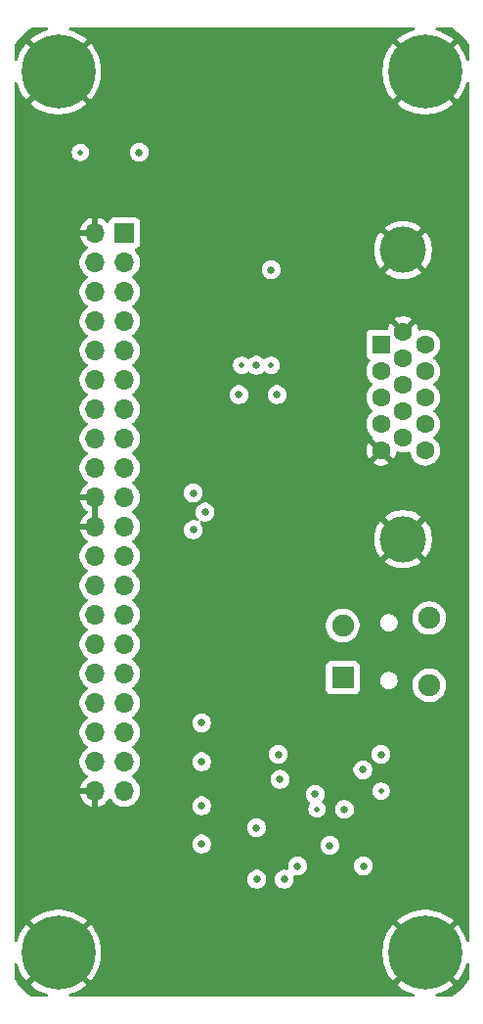
<source format=gbr>
%TF.GenerationSoftware,KiCad,Pcbnew,9.0.2+1*%
%TF.CreationDate,2025-07-26T23:55:51+01:00*%
%TF.ProjectId,ICE40HXDevBoardVGA,49434534-3048-4584-9465-76426f617264,rev?*%
%TF.SameCoordinates,Original*%
%TF.FileFunction,Copper,L3,Inr*%
%TF.FilePolarity,Positive*%
%FSLAX46Y46*%
G04 Gerber Fmt 4.6, Leading zero omitted, Abs format (unit mm)*
G04 Created by KiCad (PCBNEW 9.0.2+1) date 2025-07-26 23:55:51*
%MOMM*%
%LPD*%
G01*
G04 APERTURE LIST*
%TA.AperFunction,ComponentPad*%
%ADD10R,1.900000X1.900000*%
%TD*%
%TA.AperFunction,ComponentPad*%
%ADD11C,1.900000*%
%TD*%
%TA.AperFunction,ComponentPad*%
%ADD12C,6.400000*%
%TD*%
%TA.AperFunction,ComponentPad*%
%ADD13C,4.000000*%
%TD*%
%TA.AperFunction,ComponentPad*%
%ADD14R,1.600000X1.600000*%
%TD*%
%TA.AperFunction,ComponentPad*%
%ADD15C,1.600000*%
%TD*%
%TA.AperFunction,ComponentPad*%
%ADD16R,1.700000X1.700000*%
%TD*%
%TA.AperFunction,ComponentPad*%
%ADD17O,1.700000X1.700000*%
%TD*%
%TA.AperFunction,ViaPad*%
%ADD18C,0.508000*%
%TD*%
%TA.AperFunction,ViaPad*%
%ADD19C,0.635000*%
%TD*%
G04 APERTURE END LIST*
D10*
%TO.N,Net-(C10-Pad1)*%
%TO.C,J3*%
X107165000Y-122265000D03*
D11*
%TO.N,GNDA*%
X107165000Y-117765000D03*
%TO.N,Net-(C11-Pad1)*%
X114665000Y-122915000D03*
X114665000Y-117115000D03*
%TD*%
D12*
%TO.N,GND*%
%TO.C,H4*%
X114300000Y-146050000D03*
%TD*%
%TO.N,GND*%
%TO.C,H3*%
X82550000Y-146050000D03*
%TD*%
D13*
%TO.N,GND*%
%TO.C,J2*%
X112390000Y-110285000D03*
X112390000Y-85285000D03*
D14*
%TO.N,/RED*%
X110500000Y-93470000D03*
D15*
%TO.N,/GREEN*%
X110500000Y-95760000D03*
%TO.N,/BLUE*%
X110500000Y-98050000D03*
%TO.N,unconnected-(J2-Pad4)*%
X110500000Y-100340000D03*
%TO.N,GND*%
X110500000Y-102630000D03*
X112400000Y-92325000D03*
X112400000Y-94615000D03*
X112400000Y-96905000D03*
%TO.N,unconnected-(J2-Pad9)*%
X112400000Y-99195000D03*
%TO.N,GND*%
X112400000Y-101485000D03*
%TO.N,unconnected-(J2-Pad11)*%
X114300000Y-93470000D03*
%TO.N,unconnected-(J2-Pad12)*%
X114300000Y-95760000D03*
%TO.N,Net-(J2-Pad13)*%
X114300000Y-98050000D03*
%TO.N,Net-(J2-Pad14)*%
X114300000Y-100340000D03*
%TO.N,unconnected-(J2-Pad15)*%
X114300000Y-102630000D03*
%TD*%
D16*
%TO.N,+5V*%
%TO.C,J1*%
X88265000Y-83820000D03*
D17*
%TO.N,GND*%
X85725000Y-83820000D03*
%TO.N,unconnected-(J1-Pin_3-Pad3)*%
X88265000Y-86360000D03*
%TO.N,unconnected-(J1-Pin_4-Pad4)*%
X85725000Y-86360000D03*
%TO.N,/RED0*%
X88265000Y-88900000D03*
%TO.N,/RED1*%
X85725000Y-88900000D03*
%TO.N,/RED2*%
X88265000Y-91440000D03*
%TO.N,/RED3*%
X85725000Y-91440000D03*
%TO.N,/RED4*%
X88265000Y-93980000D03*
%TO.N,/RED5*%
X85725000Y-93980000D03*
%TO.N,/GREEN0*%
X88265000Y-96520000D03*
%TO.N,/GREEN1*%
X85725000Y-96520000D03*
%TO.N,/GREEN2*%
X88265000Y-99060000D03*
%TO.N,/GREEN3*%
X85725000Y-99060000D03*
%TO.N,/GREEN4*%
X88265000Y-101600000D03*
%TO.N,/GREEN5*%
X85725000Y-101600000D03*
%TO.N,/~{VGABLANK}*%
X88265000Y-104140000D03*
%TO.N,/BLUE0*%
X85725000Y-104140000D03*
%TO.N,+3V3*%
X88265000Y-106680000D03*
%TO.N,GND*%
X85725000Y-106680000D03*
%TO.N,+3V3*%
X88265000Y-109220000D03*
%TO.N,GND*%
X85725000Y-109220000D03*
%TO.N,/BLUE1*%
X88265000Y-111760000D03*
%TO.N,/BLUE2*%
X85725000Y-111760000D03*
%TO.N,/BLUE3*%
X88265000Y-114300000D03*
%TO.N,/BLUE4*%
X85725000Y-114300000D03*
%TO.N,/BLUE5*%
X88265000Y-116840000D03*
%TO.N,/DACCLK*%
X85725000Y-116840000D03*
%TO.N,/VSYNC*%
X88265000Y-119380000D03*
%TO.N,/I2SMUTE*%
X85725000Y-119380000D03*
%TO.N,/HSYNC*%
X88265000Y-121920000D03*
%TO.N,unconnected-(J1-Pin_32-Pad32)*%
X85725000Y-121920000D03*
%TO.N,/I2SBCK*%
X88265000Y-124460000D03*
%TO.N,unconnected-(J1-Pin_34-Pad34)*%
X85725000Y-124460000D03*
%TO.N,/I2SDIN*%
X88265000Y-127000000D03*
%TO.N,unconnected-(J1-Pin_36-Pad36)*%
X85725000Y-127000000D03*
%TO.N,/I2SLRCK*%
X88265000Y-129540000D03*
%TO.N,unconnected-(J1-Pin_38-Pad38)*%
X85725000Y-129540000D03*
%TO.N,+5V*%
X88265000Y-132080000D03*
%TO.N,GND*%
X85725000Y-132080000D03*
%TD*%
D12*
%TO.N,GND*%
%TO.C,H2*%
X114300000Y-69850000D03*
%TD*%
%TO.N,GND*%
%TO.C,H1*%
X82550000Y-69850000D03*
%TD*%
D18*
%TO.N,Net-(U1D-COMP)*%
X100965000Y-95250000D03*
D19*
%TO.N,+3V3*%
X94945000Y-136652000D03*
X94945000Y-126187000D03*
X94945000Y-129540000D03*
X94945000Y-133350000D03*
X89535000Y-76835000D03*
D18*
%TO.N,Net-(U1D-VREF)*%
X98425000Y-95250000D03*
D19*
%TO.N,GND*%
X105410000Y-97155000D03*
X88011000Y-79248000D03*
X99695000Y-96520000D03*
X104648000Y-141859000D03*
X100711000Y-98679000D03*
X103782500Y-101242500D03*
X107442000Y-141859000D03*
X96837500Y-94297500D03*
X106045000Y-143002000D03*
X103378000Y-86995000D03*
%TO.N,+3.3VDAC*%
X95250000Y-107950000D03*
X94234000Y-109474000D03*
X100965000Y-86995000D03*
X99695000Y-95250000D03*
X94234000Y-106299000D03*
X101473000Y-97790000D03*
X98171000Y-97790000D03*
%TO.N,/I2S/CPVDD*%
X101731000Y-131060000D03*
%TO.N,GNDA*%
X104775000Y-132360000D03*
X107315000Y-133664050D03*
X99735000Y-139700000D03*
X110490000Y-128905000D03*
X102108000Y-139700000D03*
X106045000Y-136779000D03*
X103251000Y-138557000D03*
X101600000Y-128905000D03*
X108966000Y-138557000D03*
D18*
%TO.N,Net-(U2-VNEG)*%
X104938375Y-133640375D03*
D19*
%TO.N,/I2S/AVDD*%
X99695000Y-135255000D03*
%TO.N,/I2S/DVDD*%
X108907500Y-130233500D03*
D18*
%TO.N,/I2S/LDOO*%
X110490000Y-132080000D03*
%TO.N,Net-(D1-K)*%
X84455000Y-76835000D03*
%TD*%
%TA.AperFunction,Conductor*%
%TO.N,GND*%
G36*
X78945203Y-146978447D02*
G01*
X78982661Y-147036165D01*
X79062086Y-147297997D01*
X79201207Y-147633864D01*
X79201209Y-147633869D01*
X79372570Y-147954462D01*
X79372581Y-147954480D01*
X79574551Y-148256750D01*
X79761678Y-148484765D01*
X79761679Y-148484766D01*
X81255747Y-146990697D01*
X81329588Y-147092330D01*
X81507670Y-147270412D01*
X81609301Y-147344251D01*
X80115232Y-148838319D01*
X80115233Y-148838320D01*
X80343249Y-149025448D01*
X80645519Y-149227418D01*
X80645537Y-149227429D01*
X80966130Y-149398790D01*
X80966135Y-149398792D01*
X81302002Y-149537913D01*
X81563834Y-149617339D01*
X81622273Y-149655637D01*
X81650729Y-149719449D01*
X81640169Y-149788516D01*
X81593945Y-149840910D01*
X81527839Y-149860000D01*
X80302596Y-149860000D01*
X80235973Y-149840581D01*
X80005289Y-149693619D01*
X79996448Y-149687428D01*
X79953922Y-149654797D01*
X79697422Y-149457978D01*
X79689135Y-149451024D01*
X79411255Y-149196393D01*
X79403606Y-149188744D01*
X79148975Y-148910864D01*
X79142021Y-148902577D01*
X79031718Y-148758827D01*
X78912564Y-148603542D01*
X78906383Y-148594715D01*
X78759418Y-148364026D01*
X78740000Y-148297404D01*
X78740000Y-147072160D01*
X78759685Y-147005121D01*
X78812489Y-146959366D01*
X78881647Y-146949422D01*
X78945203Y-146978447D01*
G37*
%TD.AperFunction*%
%TA.AperFunction,Conductor*%
G36*
X85975000Y-108786988D02*
G01*
X85917993Y-108754075D01*
X85790826Y-108720000D01*
X85659174Y-108720000D01*
X85532007Y-108754075D01*
X85475000Y-108786988D01*
X85475000Y-107113012D01*
X85532007Y-107145925D01*
X85659174Y-107180000D01*
X85790826Y-107180000D01*
X85917993Y-107145925D01*
X85975000Y-107113012D01*
X85975000Y-108786988D01*
G37*
%TD.AperFunction*%
%TA.AperFunction,Conductor*%
G36*
X113344878Y-66059685D02*
G01*
X113390633Y-66112489D01*
X113400577Y-66181647D01*
X113371552Y-66245203D01*
X113313834Y-66282661D01*
X113052002Y-66362086D01*
X112716135Y-66501207D01*
X112716130Y-66501209D01*
X112395537Y-66672570D01*
X112395519Y-66672581D01*
X112093258Y-66874545D01*
X112093254Y-66874548D01*
X111865233Y-67061679D01*
X111865233Y-67061680D01*
X113359301Y-68555748D01*
X113257670Y-68629588D01*
X113079588Y-68807670D01*
X113005748Y-68909301D01*
X111511680Y-67415233D01*
X111511679Y-67415233D01*
X111324548Y-67643254D01*
X111324545Y-67643258D01*
X111122581Y-67945519D01*
X111122570Y-67945537D01*
X110951209Y-68266130D01*
X110951207Y-68266135D01*
X110812086Y-68602002D01*
X110706553Y-68949898D01*
X110706550Y-68949909D01*
X110635632Y-69306443D01*
X110600000Y-69668234D01*
X110600000Y-70031765D01*
X110635632Y-70393556D01*
X110706550Y-70750090D01*
X110706553Y-70750101D01*
X110812086Y-71097997D01*
X110951207Y-71433864D01*
X110951209Y-71433869D01*
X111122570Y-71754462D01*
X111122581Y-71754480D01*
X111324551Y-72056750D01*
X111511678Y-72284765D01*
X111511679Y-72284766D01*
X113005747Y-70790697D01*
X113079588Y-70892330D01*
X113257670Y-71070412D01*
X113359301Y-71144251D01*
X111865232Y-72638319D01*
X111865233Y-72638320D01*
X112093249Y-72825448D01*
X112395519Y-73027418D01*
X112395537Y-73027429D01*
X112716130Y-73198790D01*
X112716135Y-73198792D01*
X113052002Y-73337913D01*
X113399898Y-73443446D01*
X113399909Y-73443449D01*
X113756443Y-73514367D01*
X114118234Y-73550000D01*
X114481766Y-73550000D01*
X114843556Y-73514367D01*
X115200090Y-73443449D01*
X115200101Y-73443446D01*
X115547997Y-73337913D01*
X115883864Y-73198792D01*
X115883869Y-73198790D01*
X116204462Y-73027429D01*
X116204480Y-73027418D01*
X116506736Y-72825457D01*
X116506750Y-72825447D01*
X116734765Y-72638320D01*
X116734766Y-72638319D01*
X115240698Y-71144251D01*
X115342330Y-71070412D01*
X115520412Y-70892330D01*
X115594251Y-70790698D01*
X117088319Y-72284766D01*
X117088320Y-72284765D01*
X117275447Y-72056750D01*
X117275457Y-72056736D01*
X117477418Y-71754480D01*
X117477429Y-71754462D01*
X117648790Y-71433869D01*
X117648792Y-71433864D01*
X117787913Y-71097997D01*
X117867339Y-70836165D01*
X117905637Y-70777726D01*
X117969449Y-70749270D01*
X118038516Y-70759830D01*
X118090910Y-70806054D01*
X118110000Y-70872160D01*
X118110000Y-145027839D01*
X118090315Y-145094878D01*
X118037511Y-145140633D01*
X117968353Y-145150577D01*
X117904797Y-145121552D01*
X117867339Y-145063834D01*
X117787913Y-144802002D01*
X117648792Y-144466135D01*
X117648790Y-144466130D01*
X117477429Y-144145537D01*
X117477418Y-144145519D01*
X117275448Y-143843249D01*
X117088320Y-143615233D01*
X117088319Y-143615232D01*
X115594251Y-145109300D01*
X115520412Y-145007670D01*
X115342330Y-144829588D01*
X115240698Y-144755748D01*
X116734766Y-143261679D01*
X116734765Y-143261678D01*
X116506750Y-143074551D01*
X116204480Y-142872581D01*
X116204462Y-142872570D01*
X115883869Y-142701209D01*
X115883864Y-142701207D01*
X115547997Y-142562086D01*
X115200101Y-142456553D01*
X115200090Y-142456550D01*
X114843556Y-142385632D01*
X114481766Y-142350000D01*
X114118234Y-142350000D01*
X113756443Y-142385632D01*
X113399909Y-142456550D01*
X113399898Y-142456553D01*
X113052002Y-142562086D01*
X112716135Y-142701207D01*
X112716130Y-142701209D01*
X112395537Y-142872570D01*
X112395519Y-142872581D01*
X112093258Y-143074545D01*
X112093254Y-143074548D01*
X111865233Y-143261679D01*
X111865233Y-143261680D01*
X113359301Y-144755748D01*
X113257670Y-144829588D01*
X113079588Y-145007670D01*
X113005748Y-145109301D01*
X111511680Y-143615233D01*
X111511679Y-143615233D01*
X111324548Y-143843254D01*
X111324545Y-143843258D01*
X111122581Y-144145519D01*
X111122570Y-144145537D01*
X110951209Y-144466130D01*
X110951207Y-144466135D01*
X110812086Y-144802002D01*
X110706553Y-145149898D01*
X110706550Y-145149909D01*
X110635632Y-145506443D01*
X110600000Y-145868234D01*
X110600000Y-146231765D01*
X110635632Y-146593556D01*
X110706550Y-146950090D01*
X110706553Y-146950101D01*
X110812086Y-147297997D01*
X110951207Y-147633864D01*
X110951209Y-147633869D01*
X111122570Y-147954462D01*
X111122581Y-147954480D01*
X111324551Y-148256750D01*
X111511678Y-148484765D01*
X111511679Y-148484766D01*
X113005747Y-146990697D01*
X113079588Y-147092330D01*
X113257670Y-147270412D01*
X113359301Y-147344251D01*
X111865232Y-148838319D01*
X111865233Y-148838320D01*
X112093249Y-149025448D01*
X112395519Y-149227418D01*
X112395537Y-149227429D01*
X112716130Y-149398790D01*
X112716135Y-149398792D01*
X113052002Y-149537913D01*
X113313834Y-149617339D01*
X113372273Y-149655637D01*
X113400729Y-149719449D01*
X113390169Y-149788516D01*
X113343945Y-149840910D01*
X113277839Y-149860000D01*
X83572161Y-149860000D01*
X83505122Y-149840315D01*
X83459367Y-149787511D01*
X83449423Y-149718353D01*
X83478448Y-149654797D01*
X83536166Y-149617339D01*
X83797997Y-149537913D01*
X84133864Y-149398792D01*
X84133869Y-149398790D01*
X84454462Y-149227429D01*
X84454480Y-149227418D01*
X84756736Y-149025457D01*
X84756750Y-149025447D01*
X84984765Y-148838320D01*
X84984766Y-148838319D01*
X83490698Y-147344251D01*
X83592330Y-147270412D01*
X83770412Y-147092330D01*
X83844251Y-146990698D01*
X85338319Y-148484766D01*
X85338320Y-148484765D01*
X85525447Y-148256750D01*
X85525457Y-148256736D01*
X85727418Y-147954480D01*
X85727429Y-147954462D01*
X85898790Y-147633869D01*
X85898792Y-147633864D01*
X86037913Y-147297997D01*
X86143446Y-146950101D01*
X86143449Y-146950090D01*
X86214367Y-146593556D01*
X86250000Y-146231765D01*
X86250000Y-145868234D01*
X86214367Y-145506443D01*
X86143449Y-145149909D01*
X86143446Y-145149898D01*
X86037913Y-144802002D01*
X85898792Y-144466135D01*
X85898790Y-144466130D01*
X85727429Y-144145537D01*
X85727418Y-144145519D01*
X85525448Y-143843249D01*
X85338320Y-143615233D01*
X85338319Y-143615232D01*
X83844251Y-145109300D01*
X83770412Y-145007670D01*
X83592330Y-144829588D01*
X83490698Y-144755748D01*
X84984766Y-143261679D01*
X84984765Y-143261678D01*
X84756750Y-143074551D01*
X84454480Y-142872581D01*
X84454462Y-142872570D01*
X84133869Y-142701209D01*
X84133864Y-142701207D01*
X83797997Y-142562086D01*
X83450101Y-142456553D01*
X83450090Y-142456550D01*
X83093556Y-142385632D01*
X82731766Y-142350000D01*
X82368234Y-142350000D01*
X82006443Y-142385632D01*
X81649909Y-142456550D01*
X81649898Y-142456553D01*
X81302002Y-142562086D01*
X80966135Y-142701207D01*
X80966130Y-142701209D01*
X80645537Y-142872570D01*
X80645519Y-142872581D01*
X80343258Y-143074545D01*
X80343254Y-143074548D01*
X80115233Y-143261679D01*
X80115233Y-143261680D01*
X81609301Y-144755748D01*
X81507670Y-144829588D01*
X81329588Y-145007670D01*
X81255748Y-145109301D01*
X79761680Y-143615233D01*
X79761679Y-143615233D01*
X79574548Y-143843254D01*
X79574545Y-143843258D01*
X79372581Y-144145519D01*
X79372570Y-144145537D01*
X79201209Y-144466130D01*
X79201207Y-144466135D01*
X79062086Y-144802002D01*
X78982661Y-145063834D01*
X78944363Y-145122273D01*
X78880551Y-145150729D01*
X78811484Y-145140169D01*
X78759090Y-145093945D01*
X78740000Y-145027839D01*
X78740000Y-139619429D01*
X98917000Y-139619429D01*
X98917000Y-139780570D01*
X98948433Y-139938594D01*
X98948435Y-139938602D01*
X99010096Y-140087466D01*
X99099619Y-140221447D01*
X99213552Y-140335380D01*
X99347533Y-140424903D01*
X99421965Y-140455733D01*
X99496398Y-140486565D01*
X99654429Y-140517999D01*
X99654433Y-140518000D01*
X99654434Y-140518000D01*
X99815567Y-140518000D01*
X99815568Y-140517999D01*
X99973602Y-140486565D01*
X100122468Y-140424902D01*
X100256445Y-140335382D01*
X100370382Y-140221445D01*
X100459902Y-140087468D01*
X100521565Y-139938602D01*
X100553000Y-139780566D01*
X100553000Y-139619434D01*
X100552999Y-139619429D01*
X101290000Y-139619429D01*
X101290000Y-139780570D01*
X101321433Y-139938594D01*
X101321435Y-139938602D01*
X101383096Y-140087466D01*
X101472619Y-140221447D01*
X101586552Y-140335380D01*
X101720533Y-140424903D01*
X101794965Y-140455733D01*
X101869398Y-140486565D01*
X102027429Y-140517999D01*
X102027433Y-140518000D01*
X102027434Y-140518000D01*
X102188567Y-140518000D01*
X102188568Y-140517999D01*
X102346602Y-140486565D01*
X102495468Y-140424902D01*
X102629445Y-140335382D01*
X102743382Y-140221445D01*
X102832902Y-140087468D01*
X102894565Y-139938602D01*
X102926000Y-139780566D01*
X102926000Y-139619434D01*
X102901511Y-139496318D01*
X102907738Y-139426728D01*
X102950601Y-139371551D01*
X103016491Y-139348306D01*
X103047317Y-139350510D01*
X103170432Y-139374999D01*
X103170433Y-139375000D01*
X103170434Y-139375000D01*
X103331567Y-139375000D01*
X103331568Y-139374999D01*
X103489602Y-139343565D01*
X103638468Y-139281902D01*
X103772445Y-139192382D01*
X103886382Y-139078445D01*
X103975902Y-138944468D01*
X104037565Y-138795602D01*
X104069000Y-138637566D01*
X104069000Y-138476434D01*
X104068999Y-138476429D01*
X108148000Y-138476429D01*
X108148000Y-138637570D01*
X108179433Y-138795594D01*
X108179435Y-138795602D01*
X108241096Y-138944466D01*
X108330619Y-139078447D01*
X108444552Y-139192380D01*
X108578533Y-139281903D01*
X108652479Y-139312532D01*
X108727398Y-139343565D01*
X108868095Y-139371551D01*
X108885429Y-139374999D01*
X108885433Y-139375000D01*
X108885434Y-139375000D01*
X109046567Y-139375000D01*
X109046568Y-139374999D01*
X109204602Y-139343565D01*
X109353468Y-139281902D01*
X109487445Y-139192382D01*
X109601382Y-139078445D01*
X109690902Y-138944468D01*
X109752565Y-138795602D01*
X109784000Y-138637566D01*
X109784000Y-138476434D01*
X109752565Y-138318398D01*
X109721733Y-138243965D01*
X109690903Y-138169533D01*
X109601380Y-138035552D01*
X109487447Y-137921619D01*
X109353466Y-137832096D01*
X109204602Y-137770435D01*
X109204594Y-137770433D01*
X109046570Y-137739000D01*
X109046566Y-137739000D01*
X108885434Y-137739000D01*
X108885429Y-137739000D01*
X108727405Y-137770433D01*
X108727397Y-137770435D01*
X108578533Y-137832096D01*
X108444552Y-137921619D01*
X108330619Y-138035552D01*
X108241096Y-138169533D01*
X108179435Y-138318397D01*
X108179433Y-138318405D01*
X108148000Y-138476429D01*
X104068999Y-138476429D01*
X104037565Y-138318398D01*
X104006733Y-138243965D01*
X103975903Y-138169533D01*
X103886380Y-138035552D01*
X103772447Y-137921619D01*
X103638466Y-137832096D01*
X103489602Y-137770435D01*
X103489594Y-137770433D01*
X103331570Y-137739000D01*
X103331566Y-137739000D01*
X103170434Y-137739000D01*
X103170429Y-137739000D01*
X103012405Y-137770433D01*
X103012397Y-137770435D01*
X102863533Y-137832096D01*
X102729552Y-137921619D01*
X102615619Y-138035552D01*
X102526096Y-138169533D01*
X102464435Y-138318397D01*
X102464433Y-138318405D01*
X102433000Y-138476429D01*
X102433000Y-138637570D01*
X102457488Y-138760680D01*
X102451261Y-138830272D01*
X102408397Y-138885449D01*
X102342508Y-138908693D01*
X102311680Y-138906488D01*
X102188570Y-138882000D01*
X102188566Y-138882000D01*
X102027434Y-138882000D01*
X102027429Y-138882000D01*
X101869405Y-138913433D01*
X101869397Y-138913435D01*
X101720533Y-138975096D01*
X101586552Y-139064619D01*
X101472619Y-139178552D01*
X101383096Y-139312533D01*
X101321435Y-139461397D01*
X101321433Y-139461405D01*
X101290000Y-139619429D01*
X100552999Y-139619429D01*
X100521565Y-139461398D01*
X100475634Y-139350511D01*
X100459903Y-139312533D01*
X100370380Y-139178552D01*
X100256447Y-139064619D01*
X100122466Y-138975096D01*
X99973602Y-138913435D01*
X99973594Y-138913433D01*
X99815570Y-138882000D01*
X99815566Y-138882000D01*
X99654434Y-138882000D01*
X99654429Y-138882000D01*
X99496405Y-138913433D01*
X99496397Y-138913435D01*
X99347533Y-138975096D01*
X99213552Y-139064619D01*
X99099619Y-139178552D01*
X99010096Y-139312533D01*
X98948435Y-139461397D01*
X98948433Y-139461405D01*
X98917000Y-139619429D01*
X78740000Y-139619429D01*
X78740000Y-136571429D01*
X94127000Y-136571429D01*
X94127000Y-136732570D01*
X94158433Y-136890594D01*
X94158435Y-136890602D01*
X94220096Y-137039466D01*
X94309619Y-137173447D01*
X94423552Y-137287380D01*
X94557533Y-137376903D01*
X94631965Y-137407733D01*
X94706398Y-137438565D01*
X94864429Y-137469999D01*
X94864433Y-137470000D01*
X94864434Y-137470000D01*
X95025567Y-137470000D01*
X95025568Y-137469999D01*
X95183602Y-137438565D01*
X95332468Y-137376902D01*
X95466445Y-137287382D01*
X95580382Y-137173445D01*
X95669902Y-137039468D01*
X95731565Y-136890602D01*
X95763000Y-136732566D01*
X95763000Y-136698429D01*
X105227000Y-136698429D01*
X105227000Y-136859570D01*
X105258433Y-137017594D01*
X105258435Y-137017602D01*
X105320096Y-137166466D01*
X105409619Y-137300447D01*
X105523552Y-137414380D01*
X105657533Y-137503903D01*
X105731965Y-137534733D01*
X105806398Y-137565565D01*
X105964429Y-137596999D01*
X105964433Y-137597000D01*
X105964434Y-137597000D01*
X106125567Y-137597000D01*
X106125568Y-137596999D01*
X106283602Y-137565565D01*
X106432468Y-137503902D01*
X106566445Y-137414382D01*
X106680382Y-137300445D01*
X106769902Y-137166468D01*
X106831565Y-137017602D01*
X106863000Y-136859566D01*
X106863000Y-136698434D01*
X106831565Y-136540398D01*
X106800733Y-136465965D01*
X106769903Y-136391533D01*
X106680380Y-136257552D01*
X106566447Y-136143619D01*
X106432466Y-136054096D01*
X106283602Y-135992435D01*
X106283594Y-135992433D01*
X106125570Y-135961000D01*
X106125566Y-135961000D01*
X105964434Y-135961000D01*
X105964429Y-135961000D01*
X105806405Y-135992433D01*
X105806397Y-135992435D01*
X105657533Y-136054096D01*
X105523552Y-136143619D01*
X105409619Y-136257552D01*
X105320096Y-136391533D01*
X105258435Y-136540397D01*
X105258433Y-136540405D01*
X105227000Y-136698429D01*
X95763000Y-136698429D01*
X95763000Y-136571434D01*
X95731565Y-136413398D01*
X95700733Y-136338965D01*
X95669903Y-136264533D01*
X95580380Y-136130552D01*
X95466447Y-136016619D01*
X95332466Y-135927096D01*
X95183602Y-135865435D01*
X95183594Y-135865433D01*
X95025570Y-135834000D01*
X95025566Y-135834000D01*
X94864434Y-135834000D01*
X94864429Y-135834000D01*
X94706405Y-135865433D01*
X94706397Y-135865435D01*
X94557533Y-135927096D01*
X94423552Y-136016619D01*
X94309619Y-136130552D01*
X94220096Y-136264533D01*
X94158435Y-136413397D01*
X94158433Y-136413405D01*
X94127000Y-136571429D01*
X78740000Y-136571429D01*
X78740000Y-135174429D01*
X98877000Y-135174429D01*
X98877000Y-135335570D01*
X98908433Y-135493594D01*
X98908435Y-135493602D01*
X98970096Y-135642466D01*
X99059619Y-135776447D01*
X99173552Y-135890380D01*
X99307533Y-135979903D01*
X99381965Y-136010733D01*
X99456398Y-136041565D01*
X99614429Y-136072999D01*
X99614433Y-136073000D01*
X99614434Y-136073000D01*
X99775567Y-136073000D01*
X99775568Y-136072999D01*
X99933602Y-136041565D01*
X100082468Y-135979902D01*
X100216445Y-135890382D01*
X100330382Y-135776445D01*
X100419902Y-135642468D01*
X100481565Y-135493602D01*
X100513000Y-135335566D01*
X100513000Y-135174434D01*
X100481565Y-135016398D01*
X100450733Y-134941965D01*
X100419903Y-134867533D01*
X100330380Y-134733552D01*
X100216447Y-134619619D01*
X100082466Y-134530096D01*
X99933602Y-134468435D01*
X99933594Y-134468433D01*
X99775570Y-134437000D01*
X99775566Y-134437000D01*
X99614434Y-134437000D01*
X99614429Y-134437000D01*
X99456405Y-134468433D01*
X99456397Y-134468435D01*
X99307533Y-134530096D01*
X99173552Y-134619619D01*
X99059619Y-134733552D01*
X98970096Y-134867533D01*
X98908435Y-135016397D01*
X98908433Y-135016405D01*
X98877000Y-135174429D01*
X78740000Y-135174429D01*
X78740000Y-86253713D01*
X84374500Y-86253713D01*
X84374500Y-86466286D01*
X84404142Y-86653443D01*
X84407754Y-86676243D01*
X84433800Y-86756405D01*
X84473444Y-86878414D01*
X84569951Y-87067820D01*
X84694890Y-87239786D01*
X84845213Y-87390109D01*
X85017182Y-87515050D01*
X85025946Y-87519516D01*
X85076742Y-87567491D01*
X85093536Y-87635312D01*
X85070998Y-87701447D01*
X85025946Y-87740484D01*
X85017182Y-87744949D01*
X84845213Y-87869890D01*
X84694890Y-88020213D01*
X84569951Y-88192179D01*
X84473444Y-88381585D01*
X84407753Y-88583760D01*
X84374500Y-88793713D01*
X84374500Y-89006286D01*
X84407753Y-89216239D01*
X84473444Y-89418414D01*
X84569951Y-89607820D01*
X84694890Y-89779786D01*
X84845213Y-89930109D01*
X85017182Y-90055050D01*
X85025946Y-90059516D01*
X85076742Y-90107491D01*
X85093536Y-90175312D01*
X85070998Y-90241447D01*
X85025946Y-90280484D01*
X85017182Y-90284949D01*
X84845213Y-90409890D01*
X84694890Y-90560213D01*
X84569951Y-90732179D01*
X84473444Y-90921585D01*
X84407753Y-91123760D01*
X84393596Y-91213147D01*
X84374500Y-91333713D01*
X84374500Y-91546287D01*
X84407754Y-91756243D01*
X84441166Y-91859075D01*
X84473444Y-91958414D01*
X84569951Y-92147820D01*
X84694890Y-92319786D01*
X84845213Y-92470109D01*
X85017182Y-92595050D01*
X85025946Y-92599516D01*
X85076742Y-92647491D01*
X85093536Y-92715312D01*
X85070998Y-92781447D01*
X85025946Y-92820484D01*
X85017182Y-92824949D01*
X84845213Y-92949890D01*
X84694890Y-93100213D01*
X84569951Y-93272179D01*
X84473444Y-93461585D01*
X84407753Y-93663760D01*
X84374500Y-93873713D01*
X84374500Y-94086286D01*
X84394870Y-94214901D01*
X84407754Y-94296243D01*
X84462078Y-94463435D01*
X84473444Y-94498414D01*
X84569951Y-94687820D01*
X84694890Y-94859786D01*
X84845213Y-95010109D01*
X85017182Y-95135050D01*
X85025946Y-95139516D01*
X85076742Y-95187491D01*
X85093536Y-95255312D01*
X85070998Y-95321447D01*
X85025946Y-95360484D01*
X85017182Y-95364949D01*
X84845213Y-95489890D01*
X84694890Y-95640213D01*
X84569951Y-95812179D01*
X84473444Y-96001585D01*
X84407753Y-96203760D01*
X84374500Y-96413713D01*
X84374500Y-96626286D01*
X84394406Y-96751971D01*
X84407754Y-96836243D01*
X84462690Y-97005319D01*
X84473444Y-97038414D01*
X84569951Y-97227820D01*
X84694890Y-97399786D01*
X84845213Y-97550109D01*
X85017182Y-97675050D01*
X85025946Y-97679516D01*
X85076742Y-97727491D01*
X85093536Y-97795312D01*
X85070998Y-97861447D01*
X85025946Y-97900484D01*
X85017182Y-97904949D01*
X84845213Y-98029890D01*
X84694890Y-98180213D01*
X84569951Y-98352179D01*
X84473444Y-98541585D01*
X84407753Y-98743760D01*
X84374500Y-98953713D01*
X84374500Y-99166286D01*
X84403285Y-99348032D01*
X84407754Y-99376243D01*
X84445621Y-99492786D01*
X84473444Y-99578414D01*
X84569951Y-99767820D01*
X84694890Y-99939786D01*
X84845213Y-100090109D01*
X85017182Y-100215050D01*
X85025946Y-100219516D01*
X85076742Y-100267491D01*
X85093536Y-100335312D01*
X85070998Y-100401447D01*
X85025946Y-100440484D01*
X85017182Y-100444949D01*
X84845213Y-100569890D01*
X84694890Y-100720213D01*
X84569951Y-100892179D01*
X84473444Y-101081585D01*
X84407753Y-101283760D01*
X84381061Y-101452287D01*
X84374500Y-101493713D01*
X84374500Y-101706287D01*
X84407754Y-101916243D01*
X84418199Y-101948390D01*
X84473444Y-102118414D01*
X84569951Y-102307820D01*
X84694890Y-102479786D01*
X84845213Y-102630109D01*
X85017182Y-102755050D01*
X85025946Y-102759516D01*
X85076742Y-102807491D01*
X85093536Y-102875312D01*
X85070998Y-102941447D01*
X85025946Y-102980484D01*
X85017182Y-102984949D01*
X84845213Y-103109890D01*
X84694890Y-103260213D01*
X84569951Y-103432179D01*
X84473444Y-103621585D01*
X84407753Y-103823760D01*
X84374500Y-104033713D01*
X84374500Y-104246286D01*
X84407753Y-104456239D01*
X84473444Y-104658414D01*
X84569951Y-104847820D01*
X84694890Y-105019786D01*
X84845213Y-105170109D01*
X85017179Y-105295048D01*
X85017181Y-105295049D01*
X85017184Y-105295051D01*
X85026493Y-105299794D01*
X85077290Y-105347766D01*
X85094087Y-105415587D01*
X85071552Y-105481722D01*
X85026502Y-105520762D01*
X85017443Y-105525378D01*
X84845540Y-105650272D01*
X84845535Y-105650276D01*
X84695276Y-105800535D01*
X84695272Y-105800540D01*
X84570379Y-105972442D01*
X84473904Y-106161782D01*
X84408242Y-106363870D01*
X84408242Y-106363873D01*
X84397769Y-106430000D01*
X85291988Y-106430000D01*
X85259075Y-106487007D01*
X85225000Y-106614174D01*
X85225000Y-106745826D01*
X85259075Y-106872993D01*
X85291988Y-106930000D01*
X84397769Y-106930000D01*
X84408242Y-106996126D01*
X84408242Y-106996129D01*
X84473904Y-107198217D01*
X84570379Y-107387557D01*
X84695272Y-107559459D01*
X84695276Y-107559464D01*
X84845535Y-107709723D01*
X84845540Y-107709727D01*
X85017444Y-107834622D01*
X85027048Y-107839516D01*
X85077844Y-107887491D01*
X85094638Y-107955312D01*
X85072100Y-108021447D01*
X85027048Y-108060484D01*
X85017444Y-108065377D01*
X84845540Y-108190272D01*
X84845535Y-108190276D01*
X84695276Y-108340535D01*
X84695272Y-108340540D01*
X84570379Y-108512442D01*
X84473904Y-108701782D01*
X84408242Y-108903870D01*
X84408242Y-108903873D01*
X84397769Y-108970000D01*
X85291988Y-108970000D01*
X85259075Y-109027007D01*
X85225000Y-109154174D01*
X85225000Y-109285826D01*
X85259075Y-109412993D01*
X85291988Y-109470000D01*
X84397769Y-109470000D01*
X84408242Y-109536126D01*
X84408242Y-109536129D01*
X84473904Y-109738217D01*
X84570379Y-109927557D01*
X84695272Y-110099459D01*
X84695276Y-110099464D01*
X84845535Y-110249723D01*
X84845540Y-110249727D01*
X85017444Y-110374622D01*
X85026495Y-110379234D01*
X85077292Y-110427208D01*
X85094087Y-110495029D01*
X85071550Y-110561164D01*
X85026499Y-110600202D01*
X85017182Y-110604949D01*
X84845213Y-110729890D01*
X84694890Y-110880213D01*
X84569951Y-111052179D01*
X84473444Y-111241585D01*
X84407753Y-111443760D01*
X84374543Y-111653443D01*
X84374500Y-111653713D01*
X84374500Y-111866287D01*
X84407754Y-112076243D01*
X84454727Y-112220811D01*
X84473444Y-112278414D01*
X84569951Y-112467820D01*
X84694890Y-112639786D01*
X84845213Y-112790109D01*
X85017182Y-112915050D01*
X85025946Y-112919516D01*
X85076742Y-112967491D01*
X85093536Y-113035312D01*
X85070998Y-113101447D01*
X85025946Y-113140484D01*
X85017182Y-113144949D01*
X84845213Y-113269890D01*
X84694890Y-113420213D01*
X84569951Y-113592179D01*
X84473444Y-113781585D01*
X84407753Y-113983760D01*
X84374500Y-114193713D01*
X84374500Y-114406286D01*
X84407753Y-114616239D01*
X84473444Y-114818414D01*
X84569951Y-115007820D01*
X84694890Y-115179786D01*
X84845213Y-115330109D01*
X85017182Y-115455050D01*
X85025946Y-115459516D01*
X85076742Y-115507491D01*
X85093536Y-115575312D01*
X85070998Y-115641447D01*
X85025946Y-115680484D01*
X85017182Y-115684949D01*
X84845213Y-115809890D01*
X84694890Y-115960213D01*
X84569951Y-116132179D01*
X84473444Y-116321585D01*
X84407753Y-116523760D01*
X84374500Y-116733713D01*
X84374500Y-116946286D01*
X84393280Y-117064862D01*
X84407754Y-117156243D01*
X84453192Y-117296087D01*
X84473444Y-117358414D01*
X84569951Y-117547820D01*
X84694890Y-117719786D01*
X84845213Y-117870109D01*
X85017182Y-117995050D01*
X85025946Y-117999516D01*
X85076742Y-118047491D01*
X85093536Y-118115312D01*
X85070998Y-118181447D01*
X85025946Y-118220484D01*
X85017182Y-118224949D01*
X84845213Y-118349890D01*
X84694890Y-118500213D01*
X84569951Y-118672179D01*
X84473444Y-118861585D01*
X84407753Y-119063760D01*
X84374500Y-119273713D01*
X84374500Y-119486286D01*
X84407753Y-119696239D01*
X84473444Y-119898414D01*
X84569951Y-120087820D01*
X84694890Y-120259786D01*
X84845213Y-120410109D01*
X85017182Y-120535050D01*
X85025946Y-120539516D01*
X85076742Y-120587491D01*
X85093536Y-120655312D01*
X85070998Y-120721447D01*
X85025946Y-120760484D01*
X85017182Y-120764949D01*
X84845213Y-120889890D01*
X84694890Y-121040213D01*
X84569951Y-121212179D01*
X84473444Y-121401585D01*
X84407753Y-121603760D01*
X84382295Y-121764500D01*
X84374500Y-121813713D01*
X84374500Y-122026287D01*
X84407754Y-122236243D01*
X84427200Y-122296092D01*
X84473444Y-122438414D01*
X84569951Y-122627820D01*
X84694890Y-122799786D01*
X84845213Y-122950109D01*
X85017182Y-123075050D01*
X85025946Y-123079516D01*
X85076742Y-123127491D01*
X85093536Y-123195312D01*
X85070998Y-123261447D01*
X85025946Y-123300484D01*
X85017182Y-123304949D01*
X84845213Y-123429890D01*
X84694890Y-123580213D01*
X84569951Y-123752179D01*
X84473444Y-123941585D01*
X84407753Y-124143760D01*
X84374500Y-124353713D01*
X84374500Y-124566286D01*
X84407753Y-124776239D01*
X84473444Y-124978414D01*
X84569951Y-125167820D01*
X84694890Y-125339786D01*
X84845213Y-125490109D01*
X85017182Y-125615050D01*
X85025946Y-125619516D01*
X85076742Y-125667491D01*
X85093536Y-125735312D01*
X85070998Y-125801447D01*
X85025946Y-125840484D01*
X85017182Y-125844949D01*
X84845213Y-125969890D01*
X84694890Y-126120213D01*
X84569951Y-126292179D01*
X84473444Y-126481585D01*
X84407753Y-126683760D01*
X84374500Y-126893713D01*
X84374500Y-127106286D01*
X84407753Y-127316239D01*
X84473444Y-127518414D01*
X84569951Y-127707820D01*
X84694890Y-127879786D01*
X84845213Y-128030109D01*
X85017182Y-128155050D01*
X85025946Y-128159516D01*
X85076742Y-128207491D01*
X85093536Y-128275312D01*
X85070998Y-128341447D01*
X85025946Y-128380484D01*
X85017182Y-128384949D01*
X84845213Y-128509890D01*
X84694890Y-128660213D01*
X84569951Y-128832179D01*
X84473444Y-129021585D01*
X84407753Y-129223760D01*
X84374500Y-129433713D01*
X84374500Y-129646286D01*
X84406136Y-129846032D01*
X84407754Y-129856243D01*
X84452808Y-129994905D01*
X84473444Y-130058414D01*
X84569951Y-130247820D01*
X84694890Y-130419786D01*
X84845213Y-130570109D01*
X85017179Y-130695048D01*
X85017181Y-130695049D01*
X85017184Y-130695051D01*
X85026493Y-130699794D01*
X85077290Y-130747766D01*
X85094087Y-130815587D01*
X85071552Y-130881722D01*
X85026502Y-130920762D01*
X85017443Y-130925378D01*
X84845540Y-131050272D01*
X84845535Y-131050276D01*
X84695276Y-131200535D01*
X84695272Y-131200540D01*
X84570379Y-131372442D01*
X84473904Y-131561782D01*
X84408242Y-131763870D01*
X84408242Y-131763873D01*
X84397769Y-131830000D01*
X85291988Y-131830000D01*
X85259075Y-131887007D01*
X85225000Y-132014174D01*
X85225000Y-132145826D01*
X85259075Y-132272993D01*
X85291988Y-132330000D01*
X84397769Y-132330000D01*
X84408242Y-132396126D01*
X84408242Y-132396129D01*
X84473904Y-132598217D01*
X84570379Y-132787557D01*
X84695272Y-132959459D01*
X84695276Y-132959464D01*
X84845535Y-133109723D01*
X84845540Y-133109727D01*
X85017442Y-133234620D01*
X85206782Y-133331095D01*
X85408871Y-133396757D01*
X85475000Y-133407231D01*
X85475000Y-132513012D01*
X85532007Y-132545925D01*
X85659174Y-132580000D01*
X85790826Y-132580000D01*
X85917993Y-132545925D01*
X85975000Y-132513012D01*
X85975000Y-133407230D01*
X86041126Y-133396757D01*
X86041129Y-133396757D01*
X86243217Y-133331095D01*
X86432557Y-133234620D01*
X86604459Y-133109727D01*
X86604464Y-133109723D01*
X86754723Y-132959464D01*
X86754727Y-132959459D01*
X86879620Y-132787558D01*
X86884232Y-132778507D01*
X86932205Y-132727709D01*
X87000025Y-132710912D01*
X87066161Y-132733447D01*
X87105204Y-132778504D01*
X87109949Y-132787817D01*
X87234890Y-132959786D01*
X87385213Y-133110109D01*
X87557179Y-133235048D01*
X87557181Y-133235049D01*
X87557184Y-133235051D01*
X87746588Y-133331557D01*
X87948757Y-133397246D01*
X88158713Y-133430500D01*
X88158714Y-133430500D01*
X88371286Y-133430500D01*
X88371287Y-133430500D01*
X88581243Y-133397246D01*
X88783412Y-133331557D01*
X88905345Y-133269429D01*
X94127000Y-133269429D01*
X94127000Y-133430570D01*
X94158433Y-133588594D01*
X94158435Y-133588602D01*
X94220096Y-133737466D01*
X94309619Y-133871447D01*
X94423552Y-133985380D01*
X94557533Y-134074903D01*
X94631965Y-134105733D01*
X94706398Y-134136565D01*
X94864429Y-134167999D01*
X94864433Y-134168000D01*
X94864434Y-134168000D01*
X95025567Y-134168000D01*
X95025568Y-134167999D01*
X95183602Y-134136565D01*
X95332468Y-134074902D01*
X95466445Y-133985382D01*
X95580382Y-133871445D01*
X95669902Y-133737468D01*
X95731565Y-133588602D01*
X95763000Y-133430566D01*
X95763000Y-133269434D01*
X95731565Y-133111398D01*
X95683509Y-132995382D01*
X95669903Y-132962533D01*
X95580380Y-132828552D01*
X95466447Y-132714619D01*
X95332466Y-132625096D01*
X95183602Y-132563435D01*
X95183594Y-132563433D01*
X95025570Y-132532000D01*
X95025566Y-132532000D01*
X94864434Y-132532000D01*
X94864429Y-132532000D01*
X94706405Y-132563433D01*
X94706397Y-132563435D01*
X94557533Y-132625096D01*
X94423552Y-132714619D01*
X94309619Y-132828552D01*
X94220096Y-132962533D01*
X94158435Y-133111397D01*
X94158433Y-133111405D01*
X94127000Y-133269429D01*
X88905345Y-133269429D01*
X88972816Y-133235051D01*
X89071955Y-133163023D01*
X89071957Y-133163022D01*
X89144785Y-133110109D01*
X89144783Y-133110109D01*
X89144792Y-133110104D01*
X89295104Y-132959792D01*
X89295106Y-132959788D01*
X89295109Y-132959786D01*
X89420048Y-132787820D01*
X89420050Y-132787817D01*
X89420051Y-132787816D01*
X89516557Y-132598412D01*
X89582246Y-132396243D01*
X89600748Y-132279429D01*
X103957000Y-132279429D01*
X103957000Y-132440570D01*
X103988433Y-132598594D01*
X103988435Y-132598602D01*
X104050096Y-132747466D01*
X104139619Y-132881447D01*
X104253552Y-132995380D01*
X104253555Y-132995382D01*
X104294500Y-133022740D01*
X104339305Y-133076352D01*
X104348013Y-133145677D01*
X104328713Y-133194733D01*
X104269745Y-133282986D01*
X104212870Y-133420294D01*
X104212868Y-133420302D01*
X104183875Y-133566058D01*
X104183875Y-133714691D01*
X104212868Y-133860447D01*
X104212870Y-133860455D01*
X104269746Y-133997766D01*
X104352314Y-134121339D01*
X104352320Y-134121346D01*
X104457403Y-134226429D01*
X104457410Y-134226435D01*
X104580983Y-134309003D01*
X104580984Y-134309003D01*
X104580985Y-134309004D01*
X104718295Y-134365880D01*
X104834286Y-134388952D01*
X104864058Y-134394874D01*
X104864062Y-134394875D01*
X104864063Y-134394875D01*
X105012688Y-134394875D01*
X105012689Y-134394874D01*
X105158455Y-134365880D01*
X105295765Y-134309004D01*
X105419341Y-134226434D01*
X105524434Y-134121341D01*
X105607004Y-133997765D01*
X105663880Y-133860455D01*
X105692875Y-133714687D01*
X105692875Y-133583479D01*
X106497000Y-133583479D01*
X106497000Y-133744620D01*
X106528433Y-133902644D01*
X106528435Y-133902652D01*
X106590096Y-134051516D01*
X106679619Y-134185497D01*
X106793552Y-134299430D01*
X106927533Y-134388953D01*
X107001965Y-134419783D01*
X107076398Y-134450615D01*
X107234429Y-134482049D01*
X107234433Y-134482050D01*
X107234434Y-134482050D01*
X107395567Y-134482050D01*
X107395568Y-134482049D01*
X107553602Y-134450615D01*
X107702468Y-134388952D01*
X107836445Y-134299432D01*
X107950382Y-134185495D01*
X108039902Y-134051518D01*
X108101565Y-133902652D01*
X108133000Y-133744616D01*
X108133000Y-133583484D01*
X108101565Y-133425448D01*
X108042555Y-133282986D01*
X108039903Y-133276583D01*
X107950380Y-133142602D01*
X107836447Y-133028669D01*
X107702466Y-132939146D01*
X107553602Y-132877485D01*
X107553594Y-132877483D01*
X107395570Y-132846050D01*
X107395566Y-132846050D01*
X107234434Y-132846050D01*
X107234429Y-132846050D01*
X107076405Y-132877483D01*
X107076397Y-132877485D01*
X106927533Y-132939146D01*
X106793552Y-133028669D01*
X106679619Y-133142602D01*
X106590096Y-133276583D01*
X106528435Y-133425447D01*
X106528433Y-133425455D01*
X106497000Y-133583479D01*
X105692875Y-133583479D01*
X105692875Y-133566063D01*
X105663880Y-133420295D01*
X105607004Y-133282985D01*
X105602726Y-133276583D01*
X105524435Y-133159410D01*
X105524429Y-133159403D01*
X105415968Y-133050942D01*
X105382483Y-132989619D01*
X105387467Y-132919927D01*
X105407798Y-132884593D01*
X105410380Y-132881447D01*
X105410382Y-132881445D01*
X105499902Y-132747468D01*
X105561565Y-132598602D01*
X105593000Y-132440566D01*
X105593000Y-132279434D01*
X105561565Y-132121398D01*
X105513634Y-132005683D01*
X109735500Y-132005683D01*
X109735500Y-132154316D01*
X109764493Y-132300072D01*
X109764495Y-132300080D01*
X109821371Y-132437391D01*
X109903939Y-132560964D01*
X109903945Y-132560971D01*
X110009028Y-132666054D01*
X110009035Y-132666060D01*
X110132608Y-132748628D01*
X110132609Y-132748628D01*
X110132610Y-132748629D01*
X110269920Y-132805505D01*
X110415683Y-132834499D01*
X110415687Y-132834500D01*
X110415688Y-132834500D01*
X110564313Y-132834500D01*
X110564314Y-132834499D01*
X110710080Y-132805505D01*
X110847390Y-132748629D01*
X110970966Y-132666059D01*
X111076059Y-132560966D01*
X111158629Y-132437390D01*
X111215505Y-132300080D01*
X111244500Y-132154312D01*
X111244500Y-132005688D01*
X111215505Y-131859920D01*
X111158629Y-131722610D01*
X111076059Y-131599034D01*
X111076054Y-131599028D01*
X110970971Y-131493945D01*
X110970964Y-131493939D01*
X110847391Y-131411371D01*
X110710080Y-131354495D01*
X110710072Y-131354493D01*
X110564316Y-131325500D01*
X110564312Y-131325500D01*
X110415688Y-131325500D01*
X110415683Y-131325500D01*
X110269927Y-131354493D01*
X110269919Y-131354495D01*
X110132608Y-131411371D01*
X110009035Y-131493939D01*
X110009028Y-131493945D01*
X109903945Y-131599028D01*
X109903939Y-131599035D01*
X109821371Y-131722608D01*
X109764495Y-131859919D01*
X109764493Y-131859927D01*
X109735500Y-132005683D01*
X105513634Y-132005683D01*
X105499902Y-131972532D01*
X105410382Y-131838555D01*
X105410380Y-131838552D01*
X105296447Y-131724619D01*
X105162466Y-131635096D01*
X105013602Y-131573435D01*
X105013594Y-131573433D01*
X104855570Y-131542000D01*
X104855566Y-131542000D01*
X104694434Y-131542000D01*
X104694429Y-131542000D01*
X104536405Y-131573433D01*
X104536397Y-131573435D01*
X104387533Y-131635096D01*
X104253552Y-131724619D01*
X104139619Y-131838552D01*
X104050096Y-131972533D01*
X103988435Y-132121397D01*
X103988433Y-132121405D01*
X103957000Y-132279429D01*
X89600748Y-132279429D01*
X89615500Y-132186287D01*
X89615500Y-131973713D01*
X89582246Y-131763757D01*
X89516557Y-131561588D01*
X89420051Y-131372184D01*
X89420049Y-131372181D01*
X89420048Y-131372179D01*
X89295109Y-131200213D01*
X89144786Y-131049890D01*
X89047804Y-130979429D01*
X100913000Y-130979429D01*
X100913000Y-131140570D01*
X100944433Y-131298594D01*
X100944435Y-131298602D01*
X101006096Y-131447466D01*
X101095619Y-131581447D01*
X101209552Y-131695380D01*
X101343533Y-131784903D01*
X101417965Y-131815733D01*
X101492398Y-131846565D01*
X101650429Y-131877999D01*
X101650433Y-131878000D01*
X101650434Y-131878000D01*
X101811567Y-131878000D01*
X101811568Y-131877999D01*
X101969602Y-131846565D01*
X102118468Y-131784902D01*
X102252445Y-131695382D01*
X102366382Y-131581445D01*
X102455902Y-131447468D01*
X102517565Y-131298602D01*
X102549000Y-131140566D01*
X102549000Y-130979434D01*
X102517565Y-130821398D01*
X102467194Y-130699792D01*
X102455903Y-130672533D01*
X102366380Y-130538552D01*
X102252447Y-130424619D01*
X102118466Y-130335096D01*
X101969602Y-130273435D01*
X101969594Y-130273433D01*
X101944588Y-130268459D01*
X101811570Y-130242000D01*
X101811566Y-130242000D01*
X101650434Y-130242000D01*
X101650429Y-130242000D01*
X101492405Y-130273433D01*
X101492397Y-130273435D01*
X101343533Y-130335096D01*
X101209552Y-130424619D01*
X101095619Y-130538552D01*
X101006096Y-130672533D01*
X100944435Y-130821397D01*
X100944433Y-130821405D01*
X100913000Y-130979429D01*
X89047804Y-130979429D01*
X88972820Y-130924951D01*
X88964600Y-130920763D01*
X88964054Y-130920485D01*
X88913259Y-130872512D01*
X88896463Y-130804692D01*
X88918999Y-130738556D01*
X88964054Y-130699515D01*
X88972816Y-130695051D01*
X89003811Y-130672532D01*
X89144786Y-130570109D01*
X89144788Y-130570106D01*
X89144792Y-130570104D01*
X89295104Y-130419792D01*
X89295106Y-130419788D01*
X89295109Y-130419786D01*
X89420048Y-130247820D01*
X89420047Y-130247820D01*
X89420051Y-130247816D01*
X89516557Y-130058412D01*
X89582246Y-129856243D01*
X89615500Y-129646287D01*
X89615500Y-129459429D01*
X94127000Y-129459429D01*
X94127000Y-129620570D01*
X94158433Y-129778594D01*
X94158435Y-129778602D01*
X94220096Y-129927466D01*
X94309619Y-130061447D01*
X94423552Y-130175380D01*
X94557533Y-130264903D01*
X94631965Y-130295733D01*
X94706398Y-130326565D01*
X94864429Y-130357999D01*
X94864433Y-130358000D01*
X94864434Y-130358000D01*
X95025567Y-130358000D01*
X95025568Y-130357999D01*
X95183602Y-130326565D01*
X95332468Y-130264902D01*
X95466445Y-130175382D01*
X95488898Y-130152929D01*
X108089500Y-130152929D01*
X108089500Y-130314070D01*
X108120933Y-130472094D01*
X108120935Y-130472102D01*
X108182596Y-130620966D01*
X108272119Y-130754947D01*
X108386052Y-130868880D01*
X108520033Y-130958403D01*
X108570807Y-130979434D01*
X108668898Y-131020065D01*
X108826929Y-131051499D01*
X108826933Y-131051500D01*
X108826934Y-131051500D01*
X108988067Y-131051500D01*
X108988068Y-131051499D01*
X109146102Y-131020065D01*
X109294968Y-130958402D01*
X109428945Y-130868882D01*
X109542882Y-130754945D01*
X109632402Y-130620968D01*
X109694065Y-130472102D01*
X109725500Y-130314066D01*
X109725500Y-130152934D01*
X109694065Y-129994898D01*
X109636630Y-129856239D01*
X109632403Y-129846033D01*
X109542880Y-129712052D01*
X109428947Y-129598119D01*
X109294966Y-129508596D01*
X109146102Y-129446935D01*
X109146094Y-129446933D01*
X108988070Y-129415500D01*
X108988066Y-129415500D01*
X108826934Y-129415500D01*
X108826929Y-129415500D01*
X108668905Y-129446933D01*
X108668897Y-129446935D01*
X108520033Y-129508596D01*
X108386052Y-129598119D01*
X108272119Y-129712052D01*
X108182596Y-129846033D01*
X108120935Y-129994897D01*
X108120933Y-129994905D01*
X108089500Y-130152929D01*
X95488898Y-130152929D01*
X95580382Y-130061445D01*
X95669902Y-129927468D01*
X95731565Y-129778602D01*
X95763000Y-129620566D01*
X95763000Y-129459434D01*
X95731565Y-129301398D01*
X95699405Y-129223757D01*
X95669903Y-129152533D01*
X95580380Y-129018552D01*
X95466447Y-128904619D01*
X95346434Y-128824429D01*
X100782000Y-128824429D01*
X100782000Y-128985570D01*
X100813433Y-129143594D01*
X100813435Y-129143602D01*
X100875096Y-129292466D01*
X100964619Y-129426447D01*
X101078552Y-129540380D01*
X101212533Y-129629903D01*
X101252088Y-129646287D01*
X101361398Y-129691565D01*
X101519429Y-129722999D01*
X101519433Y-129723000D01*
X101519434Y-129723000D01*
X101680567Y-129723000D01*
X101680568Y-129722999D01*
X101838602Y-129691565D01*
X101987468Y-129629902D01*
X102121445Y-129540382D01*
X102235382Y-129426445D01*
X102324902Y-129292468D01*
X102386565Y-129143602D01*
X102418000Y-128985566D01*
X102418000Y-128824434D01*
X102417999Y-128824429D01*
X109672000Y-128824429D01*
X109672000Y-128985570D01*
X109703433Y-129143594D01*
X109703435Y-129143602D01*
X109765096Y-129292466D01*
X109854619Y-129426447D01*
X109968552Y-129540380D01*
X110102533Y-129629903D01*
X110142088Y-129646287D01*
X110251398Y-129691565D01*
X110409429Y-129722999D01*
X110409433Y-129723000D01*
X110409434Y-129723000D01*
X110570567Y-129723000D01*
X110570568Y-129722999D01*
X110728602Y-129691565D01*
X110877468Y-129629902D01*
X111011445Y-129540382D01*
X111125382Y-129426445D01*
X111214902Y-129292468D01*
X111276565Y-129143602D01*
X111308000Y-128985566D01*
X111308000Y-128824434D01*
X111276565Y-128666398D01*
X111245733Y-128591965D01*
X111214903Y-128517533D01*
X111125380Y-128383552D01*
X111011447Y-128269619D01*
X110877466Y-128180096D01*
X110728602Y-128118435D01*
X110728594Y-128118433D01*
X110570570Y-128087000D01*
X110570566Y-128087000D01*
X110409434Y-128087000D01*
X110409429Y-128087000D01*
X110251405Y-128118433D01*
X110251397Y-128118435D01*
X110102533Y-128180096D01*
X109968552Y-128269619D01*
X109854619Y-128383552D01*
X109765096Y-128517533D01*
X109703435Y-128666397D01*
X109703433Y-128666405D01*
X109672000Y-128824429D01*
X102417999Y-128824429D01*
X102386565Y-128666398D01*
X102355733Y-128591965D01*
X102324903Y-128517533D01*
X102235380Y-128383552D01*
X102121447Y-128269619D01*
X101987466Y-128180096D01*
X101838602Y-128118435D01*
X101838594Y-128118433D01*
X101680570Y-128087000D01*
X101680566Y-128087000D01*
X101519434Y-128087000D01*
X101519429Y-128087000D01*
X101361405Y-128118433D01*
X101361397Y-128118435D01*
X101212533Y-128180096D01*
X101078552Y-128269619D01*
X100964619Y-128383552D01*
X100875096Y-128517533D01*
X100813435Y-128666397D01*
X100813433Y-128666405D01*
X100782000Y-128824429D01*
X95346434Y-128824429D01*
X95332466Y-128815096D01*
X95183602Y-128753435D01*
X95183594Y-128753433D01*
X95025570Y-128722000D01*
X95025566Y-128722000D01*
X94864434Y-128722000D01*
X94864429Y-128722000D01*
X94706405Y-128753433D01*
X94706397Y-128753435D01*
X94557533Y-128815096D01*
X94423552Y-128904619D01*
X94309619Y-129018552D01*
X94220096Y-129152533D01*
X94158435Y-129301397D01*
X94158433Y-129301405D01*
X94127000Y-129459429D01*
X89615500Y-129459429D01*
X89615500Y-129433713D01*
X89582246Y-129223757D01*
X89516557Y-129021588D01*
X89420051Y-128832184D01*
X89420049Y-128832181D01*
X89420048Y-128832179D01*
X89295109Y-128660213D01*
X89144786Y-128509890D01*
X88972820Y-128384951D01*
X88970074Y-128383552D01*
X88964054Y-128380485D01*
X88913259Y-128332512D01*
X88896463Y-128264692D01*
X88918999Y-128198556D01*
X88964054Y-128159515D01*
X88972816Y-128155051D01*
X89066481Y-128087000D01*
X89144786Y-128030109D01*
X89144788Y-128030106D01*
X89144792Y-128030104D01*
X89295104Y-127879792D01*
X89295106Y-127879788D01*
X89295109Y-127879786D01*
X89420048Y-127707820D01*
X89420047Y-127707820D01*
X89420051Y-127707816D01*
X89516557Y-127518412D01*
X89582246Y-127316243D01*
X89615500Y-127106287D01*
X89615500Y-126893713D01*
X89582246Y-126683757D01*
X89516557Y-126481588D01*
X89420051Y-126292184D01*
X89402165Y-126267566D01*
X89333627Y-126173230D01*
X89333624Y-126173227D01*
X89295107Y-126120213D01*
X89295104Y-126120208D01*
X89281325Y-126106429D01*
X94127000Y-126106429D01*
X94127000Y-126267570D01*
X94158433Y-126425594D01*
X94158435Y-126425602D01*
X94220096Y-126574466D01*
X94309619Y-126708447D01*
X94423552Y-126822380D01*
X94557533Y-126911903D01*
X94631965Y-126942733D01*
X94706398Y-126973565D01*
X94864429Y-127004999D01*
X94864433Y-127005000D01*
X94864434Y-127005000D01*
X95025567Y-127005000D01*
X95025568Y-127004999D01*
X95183602Y-126973565D01*
X95332468Y-126911902D01*
X95466445Y-126822382D01*
X95580382Y-126708445D01*
X95669902Y-126574468D01*
X95731565Y-126425602D01*
X95763000Y-126267566D01*
X95763000Y-126106434D01*
X95731565Y-125948398D01*
X95700733Y-125873965D01*
X95669903Y-125799533D01*
X95580380Y-125665552D01*
X95466447Y-125551619D01*
X95332466Y-125462096D01*
X95183602Y-125400435D01*
X95183594Y-125400433D01*
X95025570Y-125369000D01*
X95025566Y-125369000D01*
X94864434Y-125369000D01*
X94864429Y-125369000D01*
X94706405Y-125400433D01*
X94706397Y-125400435D01*
X94557533Y-125462096D01*
X94423552Y-125551619D01*
X94309619Y-125665552D01*
X94220096Y-125799533D01*
X94158435Y-125948397D01*
X94158433Y-125948405D01*
X94127000Y-126106429D01*
X89281325Y-126106429D01*
X89144792Y-125969896D01*
X89144786Y-125969890D01*
X88972820Y-125844951D01*
X88972115Y-125844591D01*
X88964054Y-125840485D01*
X88913259Y-125792512D01*
X88896463Y-125724692D01*
X88918999Y-125658556D01*
X88964054Y-125619515D01*
X88972816Y-125615051D01*
X88994789Y-125599086D01*
X89144786Y-125490109D01*
X89144788Y-125490106D01*
X89144792Y-125490104D01*
X89295104Y-125339792D01*
X89295106Y-125339788D01*
X89295109Y-125339786D01*
X89420048Y-125167820D01*
X89420047Y-125167820D01*
X89420051Y-125167816D01*
X89516557Y-124978412D01*
X89582246Y-124776243D01*
X89615500Y-124566287D01*
X89615500Y-124353713D01*
X89582246Y-124143757D01*
X89516557Y-123941588D01*
X89420051Y-123752184D01*
X89420049Y-123752181D01*
X89420048Y-123752179D01*
X89295109Y-123580213D01*
X89144786Y-123429890D01*
X88972820Y-123304951D01*
X88972115Y-123304591D01*
X88964054Y-123300485D01*
X88913259Y-123252512D01*
X88896463Y-123184692D01*
X88918999Y-123118556D01*
X88964054Y-123079515D01*
X88972816Y-123075051D01*
X89085178Y-122993416D01*
X89144786Y-122950109D01*
X89144788Y-122950106D01*
X89144792Y-122950104D01*
X89295104Y-122799792D01*
X89295106Y-122799788D01*
X89295109Y-122799786D01*
X89420048Y-122627820D01*
X89420047Y-122627820D01*
X89420051Y-122627816D01*
X89516557Y-122438412D01*
X89582246Y-122236243D01*
X89615500Y-122026287D01*
X89615500Y-121813713D01*
X89582246Y-121603757D01*
X89516557Y-121401588D01*
X89448050Y-121267135D01*
X105714500Y-121267135D01*
X105714500Y-123262870D01*
X105714501Y-123262876D01*
X105720908Y-123322483D01*
X105771202Y-123457328D01*
X105771206Y-123457335D01*
X105857452Y-123572544D01*
X105857455Y-123572547D01*
X105972664Y-123658793D01*
X105972671Y-123658797D01*
X106107517Y-123709091D01*
X106107516Y-123709091D01*
X106114444Y-123709835D01*
X106167127Y-123715500D01*
X108162872Y-123715499D01*
X108222483Y-123709091D01*
X108357331Y-123658796D01*
X108472546Y-123572546D01*
X108558796Y-123457331D01*
X108609091Y-123322483D01*
X108615500Y-123262873D01*
X108615499Y-122588920D01*
X110414499Y-122588920D01*
X110443340Y-122733907D01*
X110443343Y-122733917D01*
X110499912Y-122870488D01*
X110499919Y-122870501D01*
X110582048Y-122993415D01*
X110582051Y-122993419D01*
X110686580Y-123097948D01*
X110686584Y-123097951D01*
X110809498Y-123180080D01*
X110809511Y-123180087D01*
X110946082Y-123236656D01*
X110946087Y-123236658D01*
X110946091Y-123236658D01*
X110946092Y-123236659D01*
X111091079Y-123265500D01*
X111091082Y-123265500D01*
X111238920Y-123265500D01*
X111336462Y-123246096D01*
X111383913Y-123236658D01*
X111520495Y-123180084D01*
X111643416Y-123097951D01*
X111747951Y-122993416D01*
X111830084Y-122870495D01*
X111858937Y-122800837D01*
X113214500Y-122800837D01*
X113214500Y-123029162D01*
X113250215Y-123254660D01*
X113320770Y-123471803D01*
X113416047Y-123658793D01*
X113424421Y-123675228D01*
X113558621Y-123859937D01*
X113720063Y-124021379D01*
X113904772Y-124155579D01*
X114000884Y-124204550D01*
X114108196Y-124259229D01*
X114108198Y-124259229D01*
X114108201Y-124259231D01*
X114224592Y-124297049D01*
X114325339Y-124329784D01*
X114550838Y-124365500D01*
X114550843Y-124365500D01*
X114779162Y-124365500D01*
X115004660Y-124329784D01*
X115221799Y-124259231D01*
X115425228Y-124155579D01*
X115609937Y-124021379D01*
X115771379Y-123859937D01*
X115905579Y-123675228D01*
X116009231Y-123471799D01*
X116079784Y-123254660D01*
X116091596Y-123180084D01*
X116115500Y-123029162D01*
X116115500Y-122800837D01*
X116079784Y-122575339D01*
X116009229Y-122358196D01*
X115947088Y-122236239D01*
X115905579Y-122154772D01*
X115771379Y-121970063D01*
X115609937Y-121808621D01*
X115425228Y-121674421D01*
X115221803Y-121570770D01*
X115004660Y-121500215D01*
X114779162Y-121464500D01*
X114779157Y-121464500D01*
X114550843Y-121464500D01*
X114550838Y-121464500D01*
X114325339Y-121500215D01*
X114108196Y-121570770D01*
X113904771Y-121674421D01*
X113720061Y-121808622D01*
X113558622Y-121970061D01*
X113424421Y-122154771D01*
X113320770Y-122358196D01*
X113250215Y-122575339D01*
X113214500Y-122800837D01*
X111858937Y-122800837D01*
X111886658Y-122733913D01*
X111915500Y-122588918D01*
X111915500Y-122441082D01*
X111915500Y-122441079D01*
X111886659Y-122296092D01*
X111886658Y-122296091D01*
X111886658Y-122296087D01*
X111861868Y-122236239D01*
X111830087Y-122159511D01*
X111830080Y-122159498D01*
X111747951Y-122036584D01*
X111747948Y-122036580D01*
X111643419Y-121932051D01*
X111643415Y-121932048D01*
X111520501Y-121849919D01*
X111520488Y-121849912D01*
X111383917Y-121793343D01*
X111383907Y-121793340D01*
X111238920Y-121764500D01*
X111238918Y-121764500D01*
X111091082Y-121764500D01*
X111091080Y-121764500D01*
X110946092Y-121793340D01*
X110946082Y-121793343D01*
X110809511Y-121849912D01*
X110809498Y-121849919D01*
X110686584Y-121932048D01*
X110686580Y-121932051D01*
X110582051Y-122036580D01*
X110582048Y-122036584D01*
X110499919Y-122159498D01*
X110499912Y-122159511D01*
X110443343Y-122296082D01*
X110443340Y-122296092D01*
X110414500Y-122441079D01*
X110414500Y-122441082D01*
X110414500Y-122588918D01*
X110414500Y-122588920D01*
X110414499Y-122588920D01*
X108615499Y-122588920D01*
X108615499Y-122236243D01*
X108615499Y-121267129D01*
X108615498Y-121267123D01*
X108615497Y-121267116D01*
X108609593Y-121212184D01*
X108609091Y-121207516D01*
X108558797Y-121072671D01*
X108558793Y-121072664D01*
X108472547Y-120957455D01*
X108472544Y-120957452D01*
X108357335Y-120871206D01*
X108357328Y-120871202D01*
X108222482Y-120820908D01*
X108222483Y-120820908D01*
X108162883Y-120814501D01*
X108162881Y-120814500D01*
X108162873Y-120814500D01*
X108162864Y-120814500D01*
X106167129Y-120814500D01*
X106167123Y-120814501D01*
X106107516Y-120820908D01*
X105972671Y-120871202D01*
X105972664Y-120871206D01*
X105857455Y-120957452D01*
X105857452Y-120957455D01*
X105771206Y-121072664D01*
X105771202Y-121072671D01*
X105720908Y-121207517D01*
X105714621Y-121265998D01*
X105714501Y-121267123D01*
X105714500Y-121267135D01*
X89448050Y-121267135D01*
X89420051Y-121212184D01*
X89420049Y-121212181D01*
X89420048Y-121212179D01*
X89295109Y-121040213D01*
X89144786Y-120889890D01*
X88972820Y-120764951D01*
X88972115Y-120764591D01*
X88964054Y-120760485D01*
X88913259Y-120712512D01*
X88896463Y-120644692D01*
X88918999Y-120578556D01*
X88964054Y-120539515D01*
X88972816Y-120535051D01*
X88994789Y-120519086D01*
X89144786Y-120410109D01*
X89144788Y-120410106D01*
X89144792Y-120410104D01*
X89295104Y-120259792D01*
X89295106Y-120259788D01*
X89295109Y-120259786D01*
X89420048Y-120087820D01*
X89420047Y-120087820D01*
X89420051Y-120087816D01*
X89516557Y-119898412D01*
X89582246Y-119696243D01*
X89615500Y-119486287D01*
X89615500Y-119273713D01*
X89582246Y-119063757D01*
X89516557Y-118861588D01*
X89420051Y-118672184D01*
X89420049Y-118672181D01*
X89420048Y-118672179D01*
X89295109Y-118500213D01*
X89144786Y-118349890D01*
X88972820Y-118224951D01*
X88965809Y-118221379D01*
X88964054Y-118220485D01*
X88913259Y-118172512D01*
X88896463Y-118104692D01*
X88918999Y-118038556D01*
X88964054Y-117999515D01*
X88972816Y-117995051D01*
X89132332Y-117879157D01*
X89144786Y-117870109D01*
X89144788Y-117870106D01*
X89144792Y-117870104D01*
X89295104Y-117719792D01*
X89295106Y-117719788D01*
X89295109Y-117719786D01*
X89345203Y-117650837D01*
X105714500Y-117650837D01*
X105714500Y-117879162D01*
X105750215Y-118104660D01*
X105820770Y-118321803D01*
X105890793Y-118459229D01*
X105924421Y-118525228D01*
X106058621Y-118709937D01*
X106220063Y-118871379D01*
X106404772Y-119005579D01*
X106500884Y-119054550D01*
X106608196Y-119109229D01*
X106608198Y-119109229D01*
X106608201Y-119109231D01*
X106724592Y-119147049D01*
X106825339Y-119179784D01*
X107050838Y-119215500D01*
X107050843Y-119215500D01*
X107279162Y-119215500D01*
X107504660Y-119179784D01*
X107721799Y-119109231D01*
X107925228Y-119005579D01*
X108109937Y-118871379D01*
X108271379Y-118709937D01*
X108405579Y-118525228D01*
X108509231Y-118321799D01*
X108579784Y-118104660D01*
X108586867Y-118059938D01*
X108615500Y-117879162D01*
X108615500Y-117650837D01*
X108605693Y-117588920D01*
X110414499Y-117588920D01*
X110443340Y-117733907D01*
X110443343Y-117733917D01*
X110499912Y-117870488D01*
X110499919Y-117870501D01*
X110582048Y-117993415D01*
X110582051Y-117993419D01*
X110686580Y-118097948D01*
X110686584Y-118097951D01*
X110809498Y-118180080D01*
X110809511Y-118180087D01*
X110946082Y-118236656D01*
X110946087Y-118236658D01*
X110946091Y-118236658D01*
X110946092Y-118236659D01*
X111091079Y-118265500D01*
X111091082Y-118265500D01*
X111238920Y-118265500D01*
X111336462Y-118246096D01*
X111383913Y-118236658D01*
X111489547Y-118192902D01*
X111520488Y-118180087D01*
X111520488Y-118180086D01*
X111520495Y-118180084D01*
X111643416Y-118097951D01*
X111747951Y-117993416D01*
X111830084Y-117870495D01*
X111886658Y-117733913D01*
X111915500Y-117588918D01*
X111915500Y-117441082D01*
X111915500Y-117441079D01*
X111886659Y-117296092D01*
X111886658Y-117296091D01*
X111886658Y-117296087D01*
X111850255Y-117208201D01*
X111830087Y-117159511D01*
X111830080Y-117159498D01*
X111766846Y-117064862D01*
X111747951Y-117036583D01*
X111712205Y-117000837D01*
X113214500Y-117000837D01*
X113214500Y-117229162D01*
X113250215Y-117454660D01*
X113320770Y-117671803D01*
X113421810Y-117870104D01*
X113424421Y-117875228D01*
X113558621Y-118059937D01*
X113720063Y-118221379D01*
X113904772Y-118355579D01*
X114000884Y-118404550D01*
X114108196Y-118459229D01*
X114108198Y-118459229D01*
X114108201Y-118459231D01*
X114224592Y-118497049D01*
X114325339Y-118529784D01*
X114550838Y-118565500D01*
X114550843Y-118565500D01*
X114779162Y-118565500D01*
X115004660Y-118529784D01*
X115018682Y-118525228D01*
X115221799Y-118459231D01*
X115425228Y-118355579D01*
X115609937Y-118221379D01*
X115771379Y-118059937D01*
X115905579Y-117875228D01*
X116009231Y-117671799D01*
X116079784Y-117454660D01*
X116095028Y-117358412D01*
X116115500Y-117229162D01*
X116115500Y-117000837D01*
X116079784Y-116775339D01*
X116009229Y-116558196D01*
X115954550Y-116450884D01*
X115905579Y-116354772D01*
X115771379Y-116170063D01*
X115609937Y-116008621D01*
X115425228Y-115874421D01*
X115221803Y-115770770D01*
X115004660Y-115700215D01*
X114779162Y-115664500D01*
X114779157Y-115664500D01*
X114550843Y-115664500D01*
X114550838Y-115664500D01*
X114325339Y-115700215D01*
X114108196Y-115770770D01*
X113904771Y-115874421D01*
X113720061Y-116008622D01*
X113558622Y-116170061D01*
X113424421Y-116354771D01*
X113320770Y-116558196D01*
X113250215Y-116775339D01*
X113214500Y-117000837D01*
X111712205Y-117000837D01*
X111643419Y-116932051D01*
X111643415Y-116932048D01*
X111520501Y-116849919D01*
X111520488Y-116849912D01*
X111383917Y-116793343D01*
X111383907Y-116793340D01*
X111238920Y-116764500D01*
X111238918Y-116764500D01*
X111091082Y-116764500D01*
X111091080Y-116764500D01*
X110946092Y-116793340D01*
X110946082Y-116793343D01*
X110809511Y-116849912D01*
X110809498Y-116849919D01*
X110686584Y-116932048D01*
X110686580Y-116932051D01*
X110582051Y-117036580D01*
X110582048Y-117036584D01*
X110499919Y-117159498D01*
X110499912Y-117159511D01*
X110443343Y-117296082D01*
X110443340Y-117296092D01*
X110414500Y-117441079D01*
X110414500Y-117441082D01*
X110414500Y-117588918D01*
X110414500Y-117588920D01*
X110414499Y-117588920D01*
X108605693Y-117588920D01*
X108584385Y-117454388D01*
X108579784Y-117425339D01*
X108547049Y-117324592D01*
X108509231Y-117208201D01*
X108509229Y-117208198D01*
X108509229Y-117208196D01*
X108405578Y-117004771D01*
X108402720Y-117000837D01*
X108271379Y-116820063D01*
X108109937Y-116658621D01*
X107925228Y-116524421D01*
X107923925Y-116523757D01*
X107721803Y-116420770D01*
X107504660Y-116350215D01*
X107279162Y-116314500D01*
X107279157Y-116314500D01*
X107050843Y-116314500D01*
X107050838Y-116314500D01*
X106825339Y-116350215D01*
X106608196Y-116420770D01*
X106404771Y-116524421D01*
X106220061Y-116658622D01*
X106058622Y-116820061D01*
X105924421Y-117004771D01*
X105820770Y-117208196D01*
X105750215Y-117425339D01*
X105714500Y-117650837D01*
X89345203Y-117650837D01*
X89401692Y-117573086D01*
X89409451Y-117562405D01*
X89420051Y-117547816D01*
X89516557Y-117358412D01*
X89582246Y-117156243D01*
X89615500Y-116946287D01*
X89615500Y-116733713D01*
X89582246Y-116523757D01*
X89516557Y-116321588D01*
X89420051Y-116132184D01*
X89420049Y-116132181D01*
X89420048Y-116132179D01*
X89295109Y-115960213D01*
X89144786Y-115809890D01*
X88972820Y-115684951D01*
X88972115Y-115684591D01*
X88964054Y-115680485D01*
X88913259Y-115632512D01*
X88896463Y-115564692D01*
X88918999Y-115498556D01*
X88964054Y-115459515D01*
X88972816Y-115455051D01*
X88994789Y-115439086D01*
X89144786Y-115330109D01*
X89144788Y-115330106D01*
X89144792Y-115330104D01*
X89295104Y-115179792D01*
X89295106Y-115179788D01*
X89295109Y-115179786D01*
X89420048Y-115007820D01*
X89420047Y-115007820D01*
X89420051Y-115007816D01*
X89516557Y-114818412D01*
X89582246Y-114616243D01*
X89615500Y-114406287D01*
X89615500Y-114193713D01*
X89582246Y-113983757D01*
X89516557Y-113781588D01*
X89420051Y-113592184D01*
X89420049Y-113592181D01*
X89420048Y-113592179D01*
X89295109Y-113420213D01*
X89144786Y-113269890D01*
X88972820Y-113144951D01*
X88972115Y-113144591D01*
X88964054Y-113140485D01*
X88913259Y-113092512D01*
X88896463Y-113024692D01*
X88918999Y-112958556D01*
X88964054Y-112919515D01*
X88972816Y-112915051D01*
X88994789Y-112899086D01*
X89144786Y-112790109D01*
X89144788Y-112790106D01*
X89144792Y-112790104D01*
X89295104Y-112639792D01*
X89295106Y-112639788D01*
X89295109Y-112639786D01*
X89420048Y-112467820D01*
X89420047Y-112467820D01*
X89420051Y-112467816D01*
X89516557Y-112278412D01*
X89582246Y-112076243D01*
X89615500Y-111866287D01*
X89615500Y-111653713D01*
X89582246Y-111443757D01*
X89516557Y-111241588D01*
X89420051Y-111052184D01*
X89420049Y-111052181D01*
X89420048Y-111052179D01*
X89295109Y-110880213D01*
X89144786Y-110729890D01*
X88972820Y-110604951D01*
X88972115Y-110604591D01*
X88964054Y-110600485D01*
X88913259Y-110552512D01*
X88896463Y-110484692D01*
X88918999Y-110418556D01*
X88964054Y-110379515D01*
X88972816Y-110375051D01*
X89087127Y-110292000D01*
X89144786Y-110250109D01*
X89144788Y-110250106D01*
X89144792Y-110250104D01*
X89295104Y-110099792D01*
X89295106Y-110099788D01*
X89295109Y-110099786D01*
X89420048Y-109927820D01*
X89420050Y-109927817D01*
X89420051Y-109927816D01*
X89516557Y-109738412D01*
X89582246Y-109536243D01*
X89604866Y-109393429D01*
X93416000Y-109393429D01*
X93416000Y-109554570D01*
X93447433Y-109712594D01*
X93447435Y-109712602D01*
X93509096Y-109861466D01*
X93598619Y-109995447D01*
X93712552Y-110109380D01*
X93846533Y-110198903D01*
X93920965Y-110229733D01*
X93995398Y-110260565D01*
X94153429Y-110291999D01*
X94153433Y-110292000D01*
X94153434Y-110292000D01*
X94314567Y-110292000D01*
X94314568Y-110291999D01*
X94472602Y-110260565D01*
X94621468Y-110198902D01*
X94702740Y-110144598D01*
X109890000Y-110144598D01*
X109890000Y-110425401D01*
X109921437Y-110704412D01*
X109921439Y-110704424D01*
X109983921Y-110978178D01*
X109983922Y-110978180D01*
X110076662Y-111243217D01*
X110198492Y-111496200D01*
X110347884Y-111733956D01*
X110454187Y-111867257D01*
X111095747Y-111225697D01*
X111169588Y-111327330D01*
X111347670Y-111505412D01*
X111449300Y-111579251D01*
X110807741Y-112220810D01*
X110807741Y-112220811D01*
X110941043Y-112327115D01*
X111178799Y-112476507D01*
X111431782Y-112598337D01*
X111696819Y-112691077D01*
X111696821Y-112691078D01*
X111970575Y-112753560D01*
X111970587Y-112753562D01*
X112249598Y-112784999D01*
X112249600Y-112785000D01*
X112530400Y-112785000D01*
X112530401Y-112784999D01*
X112809412Y-112753562D01*
X112809424Y-112753560D01*
X113083178Y-112691078D01*
X113083180Y-112691077D01*
X113348217Y-112598337D01*
X113601200Y-112476507D01*
X113838956Y-112327116D01*
X113972257Y-112220810D01*
X113330698Y-111579251D01*
X113432330Y-111505412D01*
X113610412Y-111327330D01*
X113684251Y-111225698D01*
X114325810Y-111867257D01*
X114432116Y-111733956D01*
X114581507Y-111496200D01*
X114703337Y-111243217D01*
X114796077Y-110978180D01*
X114796078Y-110978178D01*
X114858560Y-110704424D01*
X114858562Y-110704412D01*
X114889999Y-110425401D01*
X114890000Y-110425399D01*
X114890000Y-110144600D01*
X114889999Y-110144598D01*
X114858562Y-109865587D01*
X114858560Y-109865575D01*
X114796078Y-109591821D01*
X114796077Y-109591819D01*
X114703337Y-109326782D01*
X114581507Y-109073799D01*
X114432115Y-108836043D01*
X114325810Y-108702741D01*
X113684251Y-109344300D01*
X113610412Y-109242670D01*
X113432330Y-109064588D01*
X113330697Y-108990747D01*
X113972257Y-108349187D01*
X113838956Y-108242884D01*
X113601200Y-108093492D01*
X113348217Y-107971662D01*
X113083180Y-107878922D01*
X113083178Y-107878921D01*
X112809424Y-107816439D01*
X112809412Y-107816437D01*
X112530401Y-107785000D01*
X112249598Y-107785000D01*
X111970587Y-107816437D01*
X111970575Y-107816439D01*
X111696821Y-107878921D01*
X111696819Y-107878922D01*
X111431782Y-107971662D01*
X111178799Y-108093492D01*
X110941043Y-108242884D01*
X110807741Y-108349187D01*
X111449301Y-108990747D01*
X111347670Y-109064588D01*
X111169588Y-109242670D01*
X111095747Y-109344301D01*
X110454187Y-108702741D01*
X110347884Y-108836043D01*
X110198492Y-109073799D01*
X110076662Y-109326782D01*
X109983922Y-109591819D01*
X109983921Y-109591821D01*
X109921439Y-109865575D01*
X109921437Y-109865587D01*
X109890000Y-110144598D01*
X94702740Y-110144598D01*
X94755445Y-110109382D01*
X94765368Y-110099459D01*
X94811385Y-110053443D01*
X94869379Y-109995448D01*
X94869380Y-109995447D01*
X94869382Y-109995445D01*
X94958902Y-109861468D01*
X94963275Y-109850912D01*
X94967932Y-109839666D01*
X95020565Y-109712602D01*
X95052000Y-109554566D01*
X95052000Y-109393434D01*
X95020565Y-109235398D01*
X94962824Y-109096000D01*
X94958903Y-109086533D01*
X94869380Y-108952552D01*
X94841047Y-108924219D01*
X94807562Y-108862896D01*
X94812546Y-108793204D01*
X94854418Y-108737271D01*
X94919882Y-108712854D01*
X94976178Y-108721976D01*
X95011398Y-108736565D01*
X95099428Y-108754075D01*
X95169429Y-108767999D01*
X95169433Y-108768000D01*
X95169434Y-108768000D01*
X95330567Y-108768000D01*
X95330568Y-108767999D01*
X95488602Y-108736565D01*
X95637468Y-108674902D01*
X95771445Y-108585382D01*
X95885382Y-108471445D01*
X95974902Y-108337468D01*
X96036565Y-108188602D01*
X96068000Y-108030566D01*
X96068000Y-107869434D01*
X96036565Y-107711398D01*
X96005733Y-107636965D01*
X95974903Y-107562533D01*
X95885380Y-107428552D01*
X95771447Y-107314619D01*
X95637466Y-107225096D01*
X95488602Y-107163435D01*
X95488594Y-107163433D01*
X95330570Y-107132000D01*
X95330566Y-107132000D01*
X95169434Y-107132000D01*
X95169429Y-107132000D01*
X95011405Y-107163433D01*
X95011397Y-107163435D01*
X94862533Y-107225096D01*
X94728552Y-107314619D01*
X94614619Y-107428552D01*
X94525096Y-107562533D01*
X94463435Y-107711397D01*
X94463433Y-107711405D01*
X94432000Y-107869429D01*
X94432000Y-108030570D01*
X94463433Y-108188594D01*
X94463435Y-108188602D01*
X94525096Y-108337466D01*
X94614619Y-108471447D01*
X94642952Y-108499780D01*
X94676437Y-108561103D01*
X94671453Y-108630795D01*
X94629581Y-108686728D01*
X94564117Y-108711145D01*
X94507819Y-108702022D01*
X94472606Y-108687436D01*
X94472594Y-108687433D01*
X94314570Y-108656000D01*
X94314566Y-108656000D01*
X94153434Y-108656000D01*
X94153429Y-108656000D01*
X93995405Y-108687433D01*
X93995397Y-108687435D01*
X93846533Y-108749096D01*
X93712552Y-108838619D01*
X93598619Y-108952552D01*
X93509096Y-109086533D01*
X93447435Y-109235397D01*
X93447433Y-109235405D01*
X93416000Y-109393429D01*
X89604866Y-109393429D01*
X89615500Y-109326287D01*
X89615500Y-109113713D01*
X89582246Y-108903757D01*
X89516557Y-108701588D01*
X89420051Y-108512184D01*
X89420049Y-108512181D01*
X89420048Y-108512179D01*
X89295109Y-108340213D01*
X89144786Y-108189890D01*
X88972820Y-108064951D01*
X88972115Y-108064591D01*
X88964054Y-108060485D01*
X88913259Y-108012512D01*
X88896463Y-107944692D01*
X88918999Y-107878556D01*
X88964054Y-107839515D01*
X88972816Y-107835051D01*
X89041706Y-107785000D01*
X89144786Y-107710109D01*
X89144788Y-107710106D01*
X89144792Y-107710104D01*
X89295104Y-107559792D01*
X89295106Y-107559788D01*
X89295109Y-107559786D01*
X89420048Y-107387820D01*
X89420050Y-107387817D01*
X89420051Y-107387816D01*
X89516557Y-107198412D01*
X89582246Y-106996243D01*
X89615500Y-106786287D01*
X89615500Y-106573713D01*
X89582246Y-106363757D01*
X89535026Y-106218429D01*
X93416000Y-106218429D01*
X93416000Y-106379570D01*
X93447433Y-106537594D01*
X93447435Y-106537602D01*
X93509096Y-106686466D01*
X93598619Y-106820447D01*
X93712552Y-106934380D01*
X93846533Y-107023903D01*
X93920965Y-107054733D01*
X93995398Y-107085565D01*
X94153429Y-107116999D01*
X94153433Y-107117000D01*
X94153434Y-107117000D01*
X94314567Y-107117000D01*
X94314568Y-107116999D01*
X94472602Y-107085565D01*
X94621468Y-107023902D01*
X94755445Y-106934382D01*
X94869382Y-106820445D01*
X94958902Y-106686468D01*
X95020565Y-106537602D01*
X95052000Y-106379566D01*
X95052000Y-106218434D01*
X95020565Y-106060398D01*
X94984023Y-105972179D01*
X94958903Y-105911533D01*
X94869380Y-105777552D01*
X94755447Y-105663619D01*
X94621466Y-105574096D01*
X94472602Y-105512435D01*
X94472594Y-105512433D01*
X94314570Y-105481000D01*
X94314566Y-105481000D01*
X94153434Y-105481000D01*
X94153429Y-105481000D01*
X93995405Y-105512433D01*
X93995397Y-105512435D01*
X93846533Y-105574096D01*
X93712552Y-105663619D01*
X93598619Y-105777552D01*
X93509096Y-105911533D01*
X93447435Y-106060397D01*
X93447433Y-106060405D01*
X93416000Y-106218429D01*
X89535026Y-106218429D01*
X89516557Y-106161588D01*
X89420051Y-105972184D01*
X89420049Y-105972181D01*
X89420048Y-105972179D01*
X89295109Y-105800213D01*
X89144786Y-105649890D01*
X88972820Y-105524951D01*
X88964600Y-105520763D01*
X88964054Y-105520485D01*
X88913259Y-105472512D01*
X88896463Y-105404692D01*
X88918999Y-105338556D01*
X88964054Y-105299515D01*
X88972816Y-105295051D01*
X88994789Y-105279086D01*
X89144786Y-105170109D01*
X89144788Y-105170106D01*
X89144792Y-105170104D01*
X89295104Y-105019792D01*
X89295106Y-105019788D01*
X89295109Y-105019786D01*
X89420048Y-104847820D01*
X89420047Y-104847820D01*
X89420051Y-104847816D01*
X89516557Y-104658412D01*
X89582246Y-104456243D01*
X89615500Y-104246287D01*
X89615500Y-104033713D01*
X89582246Y-103823757D01*
X89516557Y-103621588D01*
X89516555Y-103621585D01*
X89516555Y-103621583D01*
X89450397Y-103491742D01*
X89420051Y-103432184D01*
X89420049Y-103432181D01*
X89420048Y-103432179D01*
X89295109Y-103260213D01*
X89144786Y-103109890D01*
X88972820Y-102984951D01*
X88970076Y-102983553D01*
X88964054Y-102980485D01*
X88913259Y-102932512D01*
X88896463Y-102864692D01*
X88918999Y-102798556D01*
X88964054Y-102759515D01*
X88972816Y-102755051D01*
X89043125Y-102703969D01*
X89144786Y-102630109D01*
X89144788Y-102630106D01*
X89144792Y-102630104D01*
X89295104Y-102479792D01*
X89420051Y-102307816D01*
X89516557Y-102118412D01*
X89582246Y-101916243D01*
X89615500Y-101706287D01*
X89615500Y-101493713D01*
X89582246Y-101283757D01*
X89516557Y-101081588D01*
X89420051Y-100892184D01*
X89420049Y-100892181D01*
X89420048Y-100892179D01*
X89295109Y-100720213D01*
X89144786Y-100569890D01*
X88972820Y-100444951D01*
X88967717Y-100442351D01*
X88964054Y-100440485D01*
X88913259Y-100392512D01*
X88896463Y-100324692D01*
X88918999Y-100258556D01*
X88964054Y-100219515D01*
X88972816Y-100215051D01*
X88994789Y-100199086D01*
X89144786Y-100090109D01*
X89144788Y-100090106D01*
X89144792Y-100090104D01*
X89295104Y-99939792D01*
X89295106Y-99939788D01*
X89295109Y-99939786D01*
X89420048Y-99767820D01*
X89420047Y-99767820D01*
X89420051Y-99767816D01*
X89516557Y-99578412D01*
X89582246Y-99376243D01*
X89615500Y-99166287D01*
X89615500Y-98953713D01*
X89582246Y-98743757D01*
X89516557Y-98541588D01*
X89420051Y-98352184D01*
X89420049Y-98352181D01*
X89420048Y-98352179D01*
X89295109Y-98180213D01*
X89144786Y-98029890D01*
X88972820Y-97904951D01*
X88972115Y-97904591D01*
X88964054Y-97900485D01*
X88961119Y-97897712D01*
X88957204Y-97896718D01*
X88935929Y-97873922D01*
X88913259Y-97852512D01*
X88912287Y-97848590D01*
X88909532Y-97845638D01*
X88903959Y-97814961D01*
X88896463Y-97784692D01*
X88897766Y-97780867D01*
X88897044Y-97776893D01*
X88908941Y-97748072D01*
X88918999Y-97718556D01*
X88922605Y-97714970D01*
X88923704Y-97712310D01*
X88927248Y-97709429D01*
X97353000Y-97709429D01*
X97353000Y-97870570D01*
X97384433Y-98028594D01*
X97384435Y-98028602D01*
X97446096Y-98177466D01*
X97535619Y-98311447D01*
X97649552Y-98425380D01*
X97783533Y-98514903D01*
X97847950Y-98541585D01*
X97932398Y-98576565D01*
X98041915Y-98598349D01*
X98090429Y-98607999D01*
X98090433Y-98608000D01*
X98090434Y-98608000D01*
X98251567Y-98608000D01*
X98251568Y-98607999D01*
X98409602Y-98576565D01*
X98558468Y-98514902D01*
X98692445Y-98425382D01*
X98806382Y-98311445D01*
X98895902Y-98177468D01*
X98957565Y-98028602D01*
X98989000Y-97870566D01*
X98989000Y-97709434D01*
X98988999Y-97709429D01*
X100655000Y-97709429D01*
X100655000Y-97870570D01*
X100686433Y-98028594D01*
X100686435Y-98028602D01*
X100748096Y-98177466D01*
X100837619Y-98311447D01*
X100951552Y-98425380D01*
X101085533Y-98514903D01*
X101149950Y-98541585D01*
X101234398Y-98576565D01*
X101343915Y-98598349D01*
X101392429Y-98607999D01*
X101392433Y-98608000D01*
X101392434Y-98608000D01*
X101553567Y-98608000D01*
X101553568Y-98607999D01*
X101711602Y-98576565D01*
X101860468Y-98514902D01*
X101994445Y-98425382D01*
X102108382Y-98311445D01*
X102197902Y-98177468D01*
X102259565Y-98028602D01*
X102291000Y-97870566D01*
X102291000Y-97709434D01*
X102259565Y-97551398D01*
X102228733Y-97476965D01*
X102197903Y-97402533D01*
X102108380Y-97268552D01*
X101994447Y-97154619D01*
X101860466Y-97065096D01*
X101711602Y-97003435D01*
X101711594Y-97003433D01*
X101553570Y-96972000D01*
X101553566Y-96972000D01*
X101392434Y-96972000D01*
X101392429Y-96972000D01*
X101234405Y-97003433D01*
X101234397Y-97003435D01*
X101085533Y-97065096D01*
X100951552Y-97154619D01*
X100837619Y-97268552D01*
X100748096Y-97402533D01*
X100686435Y-97551397D01*
X100686433Y-97551405D01*
X100655000Y-97709429D01*
X98988999Y-97709429D01*
X98957565Y-97551398D01*
X98926733Y-97476965D01*
X98895903Y-97402533D01*
X98806380Y-97268552D01*
X98692447Y-97154619D01*
X98558466Y-97065096D01*
X98409602Y-97003435D01*
X98409594Y-97003433D01*
X98251570Y-96972000D01*
X98251566Y-96972000D01*
X98090434Y-96972000D01*
X98090429Y-96972000D01*
X97932405Y-97003433D01*
X97932397Y-97003435D01*
X97783533Y-97065096D01*
X97649552Y-97154619D01*
X97535619Y-97268552D01*
X97446096Y-97402533D01*
X97384435Y-97551397D01*
X97384433Y-97551405D01*
X97353000Y-97709429D01*
X88927248Y-97709429D01*
X88932354Y-97705279D01*
X88949506Y-97688229D01*
X88956478Y-97683375D01*
X88972816Y-97675051D01*
X89144792Y-97550104D01*
X89295104Y-97399792D01*
X89295106Y-97399788D01*
X89295109Y-97399786D01*
X89420048Y-97227820D01*
X89420047Y-97227820D01*
X89420051Y-97227816D01*
X89516557Y-97038412D01*
X89582246Y-96836243D01*
X89615500Y-96626287D01*
X89615500Y-96413713D01*
X89582246Y-96203757D01*
X89516557Y-96001588D01*
X89420051Y-95812184D01*
X89420049Y-95812181D01*
X89420048Y-95812179D01*
X89295109Y-95640213D01*
X89144786Y-95489890D01*
X88972820Y-95364951D01*
X88972115Y-95364591D01*
X88964054Y-95360485D01*
X88961047Y-95357645D01*
X88957041Y-95356621D01*
X88935863Y-95333859D01*
X88913259Y-95312512D01*
X88912264Y-95308497D01*
X88909447Y-95305469D01*
X88903936Y-95274868D01*
X88896463Y-95244692D01*
X88897797Y-95240776D01*
X88897064Y-95236706D01*
X88908970Y-95207985D01*
X88918999Y-95178556D01*
X88921892Y-95175683D01*
X97670500Y-95175683D01*
X97670500Y-95324316D01*
X97699493Y-95470072D01*
X97699495Y-95470080D01*
X97756371Y-95607391D01*
X97838939Y-95730964D01*
X97838945Y-95730971D01*
X97944028Y-95836054D01*
X97944035Y-95836060D01*
X98067608Y-95918628D01*
X98067609Y-95918628D01*
X98067610Y-95918629D01*
X98204920Y-95975505D01*
X98350683Y-96004499D01*
X98350687Y-96004500D01*
X98350688Y-96004500D01*
X98499313Y-96004500D01*
X98499314Y-96004499D01*
X98645080Y-95975505D01*
X98782390Y-95918629D01*
X98905966Y-95836059D01*
X98927417Y-95814607D01*
X98988735Y-95781123D01*
X99058427Y-95786105D01*
X99102779Y-95814607D01*
X99173552Y-95885380D01*
X99307533Y-95974903D01*
X99371950Y-96001585D01*
X99456398Y-96036565D01*
X99565915Y-96058349D01*
X99614429Y-96067999D01*
X99614433Y-96068000D01*
X99614434Y-96068000D01*
X99775567Y-96068000D01*
X99775568Y-96067999D01*
X99933602Y-96036565D01*
X100081010Y-95975506D01*
X100082466Y-95974903D01*
X100082466Y-95974902D01*
X100082468Y-95974902D01*
X100216445Y-95885382D01*
X100287221Y-95814605D01*
X100348542Y-95781122D01*
X100418234Y-95786106D01*
X100462581Y-95814606D01*
X100484034Y-95836059D01*
X100484035Y-95836059D01*
X100484035Y-95836060D01*
X100607608Y-95918628D01*
X100607609Y-95918628D01*
X100607610Y-95918629D01*
X100744920Y-95975505D01*
X100890683Y-96004499D01*
X100890687Y-96004500D01*
X100890688Y-96004500D01*
X101039313Y-96004500D01*
X101039314Y-96004499D01*
X101185080Y-95975505D01*
X101322390Y-95918629D01*
X101445966Y-95836059D01*
X101551059Y-95730966D01*
X101633629Y-95607390D01*
X101690505Y-95470080D01*
X101719500Y-95324312D01*
X101719500Y-95175688D01*
X101690505Y-95029920D01*
X101633629Y-94892610D01*
X101577090Y-94807993D01*
X101551060Y-94769035D01*
X101551054Y-94769028D01*
X101445971Y-94663945D01*
X101445964Y-94663939D01*
X101322391Y-94581371D01*
X101185080Y-94524495D01*
X101185072Y-94524493D01*
X101039316Y-94495500D01*
X101039312Y-94495500D01*
X100890688Y-94495500D01*
X100890683Y-94495500D01*
X100744927Y-94524493D01*
X100744919Y-94524495D01*
X100607608Y-94581371D01*
X100484035Y-94663939D01*
X100484028Y-94663945D01*
X100462582Y-94685392D01*
X100401259Y-94718877D01*
X100331567Y-94713893D01*
X100287220Y-94685392D01*
X100216447Y-94614619D01*
X100082466Y-94525096D01*
X99933602Y-94463435D01*
X99933594Y-94463433D01*
X99775570Y-94432000D01*
X99775566Y-94432000D01*
X99614434Y-94432000D01*
X99614429Y-94432000D01*
X99456405Y-94463433D01*
X99456397Y-94463435D01*
X99307533Y-94525096D01*
X99173552Y-94614619D01*
X99173551Y-94614620D01*
X99102780Y-94685392D01*
X99041457Y-94718877D01*
X98971765Y-94713893D01*
X98927418Y-94685392D01*
X98905971Y-94663945D01*
X98905964Y-94663939D01*
X98782391Y-94581371D01*
X98645080Y-94524495D01*
X98645072Y-94524493D01*
X98499316Y-94495500D01*
X98499312Y-94495500D01*
X98350688Y-94495500D01*
X98350683Y-94495500D01*
X98204927Y-94524493D01*
X98204919Y-94524495D01*
X98067608Y-94581371D01*
X97944035Y-94663939D01*
X97944028Y-94663945D01*
X97838945Y-94769028D01*
X97838939Y-94769035D01*
X97756371Y-94892608D01*
X97699495Y-95029919D01*
X97699493Y-95029927D01*
X97670500Y-95175683D01*
X88921892Y-95175683D01*
X88922690Y-95174891D01*
X88923822Y-95172163D01*
X88932689Y-95164966D01*
X88949662Y-95148121D01*
X88956565Y-95143330D01*
X88972816Y-95135051D01*
X89064426Y-95068492D01*
X89064446Y-95068479D01*
X89144785Y-95010109D01*
X89144783Y-95010109D01*
X89144792Y-95010104D01*
X89295104Y-94859792D01*
X89295106Y-94859788D01*
X89295109Y-94859786D01*
X89420048Y-94687820D01*
X89420047Y-94687820D01*
X89420051Y-94687816D01*
X89516557Y-94498412D01*
X89582246Y-94296243D01*
X89615500Y-94086287D01*
X89615500Y-93873713D01*
X89582246Y-93663757D01*
X89516557Y-93461588D01*
X89420051Y-93272184D01*
X89420049Y-93272181D01*
X89420048Y-93272179D01*
X89295109Y-93100213D01*
X89144786Y-92949890D01*
X88972820Y-92824951D01*
X88972115Y-92824591D01*
X88964054Y-92820485D01*
X88961164Y-92817755D01*
X88957309Y-92816780D01*
X88935973Y-92793963D01*
X88913259Y-92772512D01*
X88912302Y-92768651D01*
X88909587Y-92765747D01*
X88903973Y-92735019D01*
X88896463Y-92704692D01*
X88897745Y-92700927D01*
X88897031Y-92697014D01*
X88908922Y-92668127D01*
X88918999Y-92638556D01*
X88922550Y-92635021D01*
X88923628Y-92632405D01*
X88932141Y-92625478D01*
X88935501Y-92622135D01*
X109199500Y-92622135D01*
X109199500Y-94317870D01*
X109199501Y-94317876D01*
X109205908Y-94377483D01*
X109256202Y-94512328D01*
X109256206Y-94512335D01*
X109342452Y-94627544D01*
X109342455Y-94627547D01*
X109457664Y-94713793D01*
X109457671Y-94713797D01*
X109458687Y-94714176D01*
X109459555Y-94714826D01*
X109465454Y-94718047D01*
X109464991Y-94718894D01*
X109514622Y-94756046D01*
X109539041Y-94821510D01*
X109524191Y-94889783D01*
X109509652Y-94910885D01*
X109508033Y-94912779D01*
X109387715Y-95078386D01*
X109294781Y-95260776D01*
X109231522Y-95455465D01*
X109207460Y-95607390D01*
X109199500Y-95657648D01*
X109199500Y-95862352D01*
X109200987Y-95871742D01*
X109231522Y-96064534D01*
X109294781Y-96259223D01*
X109358691Y-96384653D01*
X109386421Y-96439075D01*
X109387715Y-96441613D01*
X109508028Y-96607213D01*
X109652782Y-96751967D01*
X109652787Y-96751971D01*
X109725337Y-96804682D01*
X109768003Y-96860012D01*
X109773982Y-96929625D01*
X109741376Y-96991420D01*
X109725337Y-97005318D01*
X109652787Y-97058028D01*
X109652782Y-97058032D01*
X109508028Y-97202786D01*
X109387715Y-97368386D01*
X109294781Y-97550776D01*
X109231522Y-97745465D01*
X109199500Y-97947648D01*
X109199500Y-98152351D01*
X109231522Y-98354534D01*
X109294781Y-98549223D01*
X109387715Y-98731613D01*
X109508028Y-98897213D01*
X109652782Y-99041967D01*
X109652787Y-99041971D01*
X109725337Y-99094682D01*
X109768003Y-99150012D01*
X109773982Y-99219625D01*
X109741376Y-99281420D01*
X109725337Y-99295318D01*
X109652787Y-99348028D01*
X109652782Y-99348032D01*
X109508028Y-99492786D01*
X109387715Y-99658386D01*
X109294781Y-99840776D01*
X109231522Y-100035465D01*
X109199500Y-100237648D01*
X109199500Y-100442351D01*
X109231522Y-100644534D01*
X109294781Y-100839223D01*
X109349187Y-100945998D01*
X109386421Y-101019075D01*
X109387715Y-101021613D01*
X109508028Y-101187213D01*
X109652786Y-101331971D01*
X109727606Y-101386330D01*
X109770272Y-101441659D01*
X109778339Y-101496377D01*
X109774077Y-101550524D01*
X110370591Y-102147037D01*
X110307007Y-102164075D01*
X110192993Y-102229901D01*
X110099901Y-102322993D01*
X110034075Y-102437007D01*
X110017037Y-102500590D01*
X109420524Y-101904077D01*
X109420523Y-101904077D01*
X109388143Y-101948644D01*
X109295244Y-102130968D01*
X109232009Y-102325582D01*
X109200000Y-102527682D01*
X109200000Y-102732317D01*
X109232009Y-102934417D01*
X109295244Y-103129031D01*
X109388141Y-103311350D01*
X109388147Y-103311359D01*
X109420523Y-103355921D01*
X109420524Y-103355922D01*
X110017037Y-102759409D01*
X110034075Y-102822993D01*
X110099901Y-102937007D01*
X110192993Y-103030099D01*
X110307007Y-103095925D01*
X110370590Y-103112962D01*
X109774076Y-103709474D01*
X109818650Y-103741859D01*
X110000968Y-103834755D01*
X110195582Y-103897990D01*
X110397683Y-103930000D01*
X110602317Y-103930000D01*
X110804417Y-103897990D01*
X110999031Y-103834755D01*
X111181349Y-103741859D01*
X111225921Y-103709474D01*
X110629409Y-103112962D01*
X110692993Y-103095925D01*
X110807007Y-103030099D01*
X110900099Y-102937007D01*
X110965925Y-102822993D01*
X110982962Y-102759408D01*
X111579474Y-103355921D01*
X111611859Y-103311349D01*
X111704755Y-103129031D01*
X111767990Y-102934417D01*
X111767990Y-102934416D01*
X111788640Y-102804036D01*
X111818569Y-102740901D01*
X111877880Y-102703969D01*
X111947743Y-102704967D01*
X111949432Y-102705502D01*
X112095582Y-102752990D01*
X112297683Y-102785000D01*
X112502317Y-102785000D01*
X112704417Y-102752990D01*
X112850086Y-102705658D01*
X112919927Y-102703662D01*
X112979760Y-102739742D01*
X113010589Y-102802443D01*
X113010878Y-102804191D01*
X113031522Y-102934534D01*
X113094781Y-103129223D01*
X113158691Y-103254653D01*
X113187585Y-103311359D01*
X113187715Y-103311613D01*
X113308028Y-103477213D01*
X113452786Y-103621971D01*
X113560920Y-103700533D01*
X113618390Y-103742287D01*
X113734607Y-103801503D01*
X113800776Y-103835218D01*
X113800778Y-103835218D01*
X113800781Y-103835220D01*
X113905137Y-103869127D01*
X113995465Y-103898477D01*
X114096557Y-103914488D01*
X114197648Y-103930500D01*
X114197649Y-103930500D01*
X114402351Y-103930500D01*
X114402352Y-103930500D01*
X114604534Y-103898477D01*
X114799219Y-103835220D01*
X114981610Y-103742287D01*
X115074590Y-103674732D01*
X115147213Y-103621971D01*
X115147215Y-103621968D01*
X115147219Y-103621966D01*
X115291966Y-103477219D01*
X115291968Y-103477215D01*
X115291971Y-103477213D01*
X115344732Y-103404590D01*
X115412287Y-103311610D01*
X115505220Y-103129219D01*
X115568477Y-102934534D01*
X115600500Y-102732352D01*
X115600500Y-102527648D01*
X115586144Y-102437007D01*
X115568477Y-102325465D01*
X115516038Y-102164075D01*
X115505220Y-102130781D01*
X115505218Y-102130778D01*
X115505218Y-102130776D01*
X115469996Y-102061650D01*
X115412287Y-101948390D01*
X115366304Y-101885099D01*
X115291971Y-101782786D01*
X115147219Y-101638034D01*
X115074662Y-101585319D01*
X115031996Y-101529989D01*
X115026017Y-101460376D01*
X115058622Y-101398580D01*
X115074662Y-101384681D01*
X115147219Y-101331966D01*
X115291966Y-101187219D01*
X115291968Y-101187215D01*
X115291971Y-101187213D01*
X115366304Y-101084901D01*
X115412287Y-101021610D01*
X115505220Y-100839219D01*
X115568477Y-100644534D01*
X115600500Y-100442352D01*
X115600500Y-100237648D01*
X115568477Y-100035466D01*
X115505220Y-99840781D01*
X115505218Y-99840778D01*
X115505218Y-99840776D01*
X115440621Y-99713999D01*
X115412287Y-99658390D01*
X115354182Y-99578414D01*
X115291971Y-99492786D01*
X115147219Y-99348034D01*
X115074662Y-99295319D01*
X115031996Y-99239989D01*
X115026017Y-99170376D01*
X115058622Y-99108580D01*
X115074662Y-99094681D01*
X115147219Y-99041966D01*
X115291966Y-98897219D01*
X115291968Y-98897215D01*
X115291971Y-98897213D01*
X115344732Y-98824590D01*
X115412287Y-98731610D01*
X115505220Y-98549219D01*
X115568477Y-98354534D01*
X115600500Y-98152352D01*
X115600500Y-97947648D01*
X115573455Y-97776893D01*
X115568477Y-97745465D01*
X115521950Y-97602270D01*
X115505220Y-97550781D01*
X115505218Y-97550778D01*
X115505218Y-97550776D01*
X115471503Y-97484607D01*
X115412287Y-97368390D01*
X115366304Y-97305099D01*
X115291971Y-97202786D01*
X115147219Y-97058034D01*
X115074662Y-97005319D01*
X115031996Y-96949989D01*
X115026017Y-96880376D01*
X115058622Y-96818580D01*
X115074662Y-96804681D01*
X115147219Y-96751966D01*
X115291966Y-96607219D01*
X115291968Y-96607215D01*
X115291971Y-96607213D01*
X115366304Y-96504901D01*
X115412287Y-96441610D01*
X115505220Y-96259219D01*
X115568477Y-96064534D01*
X115600500Y-95862352D01*
X115600500Y-95657648D01*
X115570792Y-95470080D01*
X115568477Y-95455465D01*
X115525862Y-95324312D01*
X115505220Y-95260781D01*
X115505218Y-95260778D01*
X115505218Y-95260776D01*
X115460067Y-95172163D01*
X115412287Y-95078390D01*
X115366304Y-95015099D01*
X115291971Y-94912786D01*
X115147219Y-94768034D01*
X115079583Y-94718894D01*
X115074661Y-94715318D01*
X115031996Y-94659989D01*
X115026017Y-94590376D01*
X115058622Y-94528580D01*
X115074662Y-94514681D01*
X115077891Y-94512335D01*
X115147219Y-94461966D01*
X115291966Y-94317219D01*
X115291968Y-94317215D01*
X115291971Y-94317213D01*
X115366304Y-94214901D01*
X115412287Y-94151610D01*
X115505220Y-93969219D01*
X115568477Y-93774534D01*
X115600500Y-93572352D01*
X115600500Y-93367648D01*
X115585380Y-93272184D01*
X115568477Y-93165465D01*
X115505218Y-92970776D01*
X115471503Y-92904607D01*
X115412287Y-92788390D01*
X115373511Y-92735019D01*
X115291971Y-92622786D01*
X115147213Y-92478028D01*
X114981613Y-92357715D01*
X114981612Y-92357714D01*
X114981610Y-92357713D01*
X114907174Y-92319786D01*
X114799223Y-92264781D01*
X114604534Y-92201522D01*
X114429995Y-92173878D01*
X114402352Y-92169500D01*
X114197648Y-92169500D01*
X114157184Y-92175909D01*
X113995464Y-92201523D01*
X113995461Y-92201523D01*
X113849352Y-92248997D01*
X113779510Y-92250992D01*
X113719678Y-92214911D01*
X113688850Y-92152210D01*
X113688561Y-92150464D01*
X113667989Y-92020582D01*
X113604755Y-91825968D01*
X113511859Y-91643650D01*
X113479474Y-91599077D01*
X113479474Y-91599076D01*
X112882962Y-92195589D01*
X112865925Y-92132007D01*
X112800099Y-92017993D01*
X112707007Y-91924901D01*
X112592993Y-91859075D01*
X112529408Y-91842037D01*
X113125922Y-91245524D01*
X113125921Y-91245523D01*
X113081359Y-91213147D01*
X113081350Y-91213141D01*
X112899031Y-91120244D01*
X112704417Y-91057009D01*
X112502317Y-91025000D01*
X112297683Y-91025000D01*
X112095582Y-91057009D01*
X111900968Y-91120244D01*
X111718644Y-91213143D01*
X111674077Y-91245523D01*
X111674077Y-91245524D01*
X112270591Y-91842037D01*
X112207007Y-91859075D01*
X112092993Y-91924901D01*
X111999901Y-92017993D01*
X111934075Y-92132007D01*
X111917037Y-92195590D01*
X111320524Y-91599077D01*
X111320523Y-91599077D01*
X111288143Y-91643644D01*
X111195244Y-91825970D01*
X111132009Y-92020586D01*
X111124991Y-92064898D01*
X111095062Y-92128033D01*
X111035750Y-92164964D01*
X111002518Y-92169500D01*
X109652129Y-92169500D01*
X109652123Y-92169501D01*
X109592516Y-92175908D01*
X109457671Y-92226202D01*
X109457664Y-92226206D01*
X109342455Y-92312452D01*
X109342452Y-92312455D01*
X109256206Y-92427664D01*
X109256202Y-92427671D01*
X109205908Y-92562517D01*
X109199501Y-92622116D01*
X109199500Y-92622135D01*
X88935501Y-92622135D01*
X88949407Y-92608299D01*
X88956429Y-92603400D01*
X88972816Y-92595051D01*
X89144792Y-92470104D01*
X89295104Y-92319792D01*
X89295106Y-92319788D01*
X89295109Y-92319786D01*
X89420048Y-92147820D01*
X89420047Y-92147820D01*
X89420051Y-92147816D01*
X89516557Y-91958412D01*
X89582246Y-91756243D01*
X89615500Y-91546287D01*
X89615500Y-91333713D01*
X89582246Y-91123757D01*
X89516557Y-90921588D01*
X89420051Y-90732184D01*
X89420049Y-90732181D01*
X89420048Y-90732179D01*
X89295109Y-90560213D01*
X89144786Y-90409890D01*
X88972820Y-90284951D01*
X88972115Y-90284591D01*
X88964054Y-90280485D01*
X88913259Y-90232512D01*
X88896463Y-90164692D01*
X88918999Y-90098556D01*
X88964054Y-90059515D01*
X88972816Y-90055051D01*
X88994789Y-90039086D01*
X89144786Y-89930109D01*
X89144788Y-89930106D01*
X89144792Y-89930104D01*
X89295104Y-89779792D01*
X89295106Y-89779788D01*
X89295109Y-89779786D01*
X89420048Y-89607820D01*
X89420047Y-89607820D01*
X89420051Y-89607816D01*
X89516557Y-89418412D01*
X89582246Y-89216243D01*
X89615500Y-89006287D01*
X89615500Y-88793713D01*
X89582246Y-88583757D01*
X89516557Y-88381588D01*
X89420051Y-88192184D01*
X89420049Y-88192181D01*
X89420048Y-88192179D01*
X89295109Y-88020213D01*
X89144786Y-87869890D01*
X88972820Y-87744951D01*
X88972115Y-87744591D01*
X88964054Y-87740485D01*
X88913259Y-87692512D01*
X88896463Y-87624692D01*
X88918999Y-87558556D01*
X88964054Y-87519515D01*
X88972816Y-87515051D01*
X89025868Y-87476507D01*
X89144786Y-87390109D01*
X89144788Y-87390106D01*
X89144792Y-87390104D01*
X89295104Y-87239792D01*
X89295106Y-87239788D01*
X89295109Y-87239786D01*
X89420048Y-87067820D01*
X89420047Y-87067820D01*
X89420051Y-87067816D01*
X89498205Y-86914429D01*
X100147000Y-86914429D01*
X100147000Y-87075570D01*
X100178433Y-87233594D01*
X100178435Y-87233602D01*
X100240096Y-87382466D01*
X100329619Y-87516447D01*
X100443552Y-87630380D01*
X100577533Y-87719903D01*
X100638000Y-87744949D01*
X100726398Y-87781565D01*
X100884429Y-87812999D01*
X100884433Y-87813000D01*
X100884434Y-87813000D01*
X101045567Y-87813000D01*
X101045568Y-87812999D01*
X101203602Y-87781565D01*
X101352468Y-87719902D01*
X101486445Y-87630382D01*
X101600382Y-87516445D01*
X101689902Y-87382468D01*
X101751565Y-87233602D01*
X101783000Y-87075566D01*
X101783000Y-86914434D01*
X101751565Y-86756398D01*
X101708919Y-86653443D01*
X101689903Y-86607533D01*
X101600380Y-86473552D01*
X101486447Y-86359619D01*
X101352466Y-86270096D01*
X101203602Y-86208435D01*
X101203594Y-86208433D01*
X101045570Y-86177000D01*
X101045566Y-86177000D01*
X100884434Y-86177000D01*
X100884429Y-86177000D01*
X100726405Y-86208433D01*
X100726397Y-86208435D01*
X100577533Y-86270096D01*
X100443552Y-86359619D01*
X100329619Y-86473552D01*
X100240096Y-86607533D01*
X100178435Y-86756397D01*
X100178433Y-86756405D01*
X100147000Y-86914429D01*
X89498205Y-86914429D01*
X89516557Y-86878412D01*
X89582246Y-86676243D01*
X89615500Y-86466287D01*
X89615500Y-86253713D01*
X89582246Y-86043757D01*
X89516557Y-85841588D01*
X89420051Y-85652184D01*
X89420049Y-85652181D01*
X89420048Y-85652179D01*
X89295109Y-85480213D01*
X89181569Y-85366673D01*
X89148084Y-85305350D01*
X89153068Y-85235658D01*
X89194940Y-85179725D01*
X89225915Y-85162810D01*
X89274745Y-85144598D01*
X109890000Y-85144598D01*
X109890000Y-85425401D01*
X109921437Y-85704412D01*
X109921439Y-85704424D01*
X109983921Y-85978178D01*
X109983922Y-85978180D01*
X110076662Y-86243217D01*
X110198492Y-86496200D01*
X110347884Y-86733956D01*
X110454187Y-86867257D01*
X111095747Y-86225697D01*
X111169588Y-86327330D01*
X111347670Y-86505412D01*
X111449300Y-86579251D01*
X110807741Y-87220810D01*
X110807741Y-87220811D01*
X110941043Y-87327115D01*
X111178799Y-87476507D01*
X111431782Y-87598337D01*
X111696819Y-87691077D01*
X111696821Y-87691078D01*
X111970575Y-87753560D01*
X111970587Y-87753562D01*
X112249598Y-87784999D01*
X112249600Y-87785000D01*
X112530400Y-87785000D01*
X112530401Y-87784999D01*
X112809412Y-87753562D01*
X112809424Y-87753560D01*
X113083178Y-87691078D01*
X113083180Y-87691077D01*
X113348217Y-87598337D01*
X113601200Y-87476507D01*
X113838956Y-87327116D01*
X113972257Y-87220810D01*
X113330698Y-86579251D01*
X113432330Y-86505412D01*
X113610412Y-86327330D01*
X113684251Y-86225698D01*
X114325810Y-86867257D01*
X114432116Y-86733956D01*
X114581507Y-86496200D01*
X114703337Y-86243217D01*
X114796077Y-85978180D01*
X114796078Y-85978178D01*
X114858560Y-85704424D01*
X114858562Y-85704412D01*
X114889999Y-85425401D01*
X114890000Y-85425399D01*
X114890000Y-85144600D01*
X114889999Y-85144598D01*
X114858562Y-84865587D01*
X114858560Y-84865575D01*
X114796078Y-84591821D01*
X114796077Y-84591819D01*
X114703337Y-84326782D01*
X114581507Y-84073799D01*
X114432115Y-83836043D01*
X114325810Y-83702741D01*
X113684251Y-84344300D01*
X113610412Y-84242670D01*
X113432330Y-84064588D01*
X113330697Y-83990747D01*
X113972257Y-83349187D01*
X113838956Y-83242884D01*
X113601200Y-83093492D01*
X113348217Y-82971662D01*
X113083180Y-82878922D01*
X113083178Y-82878921D01*
X112809424Y-82816439D01*
X112809412Y-82816437D01*
X112530401Y-82785000D01*
X112249598Y-82785000D01*
X111970587Y-82816437D01*
X111970575Y-82816439D01*
X111696821Y-82878921D01*
X111696819Y-82878922D01*
X111431782Y-82971662D01*
X111178799Y-83093492D01*
X110941043Y-83242884D01*
X110807741Y-83349187D01*
X111449301Y-83990747D01*
X111347670Y-84064588D01*
X111169588Y-84242670D01*
X111095747Y-84344301D01*
X110454187Y-83702741D01*
X110347884Y-83836043D01*
X110198492Y-84073799D01*
X110076662Y-84326782D01*
X109983922Y-84591819D01*
X109983921Y-84591821D01*
X109921439Y-84865575D01*
X109921437Y-84865587D01*
X109890000Y-85144598D01*
X89274745Y-85144598D01*
X89357331Y-85113796D01*
X89472546Y-85027546D01*
X89558796Y-84912331D01*
X89609091Y-84777483D01*
X89615500Y-84717873D01*
X89615499Y-82922128D01*
X89609091Y-82862517D01*
X89608002Y-82859598D01*
X89558797Y-82727671D01*
X89558793Y-82727664D01*
X89472547Y-82612455D01*
X89472544Y-82612452D01*
X89357335Y-82526206D01*
X89357328Y-82526202D01*
X89222482Y-82475908D01*
X89222483Y-82475908D01*
X89162883Y-82469501D01*
X89162881Y-82469500D01*
X89162873Y-82469500D01*
X89162864Y-82469500D01*
X87367129Y-82469500D01*
X87367123Y-82469501D01*
X87307516Y-82475908D01*
X87172671Y-82526202D01*
X87172664Y-82526206D01*
X87057455Y-82612452D01*
X87057452Y-82612455D01*
X86971206Y-82727664D01*
X86971202Y-82727671D01*
X86921997Y-82859598D01*
X86880126Y-82915532D01*
X86814661Y-82939949D01*
X86746388Y-82925097D01*
X86718134Y-82903946D01*
X86604464Y-82790276D01*
X86604459Y-82790272D01*
X86432557Y-82665379D01*
X86243215Y-82568903D01*
X86041124Y-82503241D01*
X85975000Y-82492768D01*
X85975000Y-83386988D01*
X85917993Y-83354075D01*
X85790826Y-83320000D01*
X85659174Y-83320000D01*
X85532007Y-83354075D01*
X85475000Y-83386988D01*
X85475000Y-82492768D01*
X85474999Y-82492768D01*
X85408875Y-82503241D01*
X85206784Y-82568903D01*
X85017442Y-82665379D01*
X84845540Y-82790272D01*
X84845535Y-82790276D01*
X84695276Y-82940535D01*
X84695272Y-82940540D01*
X84570379Y-83112442D01*
X84473904Y-83301782D01*
X84408242Y-83503870D01*
X84408242Y-83503873D01*
X84397769Y-83570000D01*
X85291988Y-83570000D01*
X85259075Y-83627007D01*
X85225000Y-83754174D01*
X85225000Y-83885826D01*
X85259075Y-84012993D01*
X85291988Y-84070000D01*
X84397769Y-84070000D01*
X84408242Y-84136126D01*
X84408242Y-84136129D01*
X84473904Y-84338217D01*
X84570379Y-84527557D01*
X84695272Y-84699459D01*
X84695276Y-84699464D01*
X84845535Y-84849723D01*
X84845540Y-84849727D01*
X85017444Y-84974622D01*
X85026495Y-84979234D01*
X85077292Y-85027208D01*
X85094087Y-85095029D01*
X85071550Y-85161164D01*
X85026499Y-85200202D01*
X85017182Y-85204949D01*
X84845213Y-85329890D01*
X84694890Y-85480213D01*
X84569951Y-85652179D01*
X84473444Y-85841585D01*
X84407753Y-86043760D01*
X84374500Y-86253713D01*
X78740000Y-86253713D01*
X78740000Y-76760683D01*
X83700500Y-76760683D01*
X83700500Y-76909316D01*
X83729493Y-77055072D01*
X83729495Y-77055080D01*
X83786371Y-77192391D01*
X83868939Y-77315964D01*
X83868945Y-77315971D01*
X83974028Y-77421054D01*
X83974035Y-77421060D01*
X84097608Y-77503628D01*
X84097609Y-77503628D01*
X84097610Y-77503629D01*
X84234920Y-77560505D01*
X84380683Y-77589499D01*
X84380687Y-77589500D01*
X84380688Y-77589500D01*
X84529313Y-77589500D01*
X84529314Y-77589499D01*
X84675080Y-77560505D01*
X84812390Y-77503629D01*
X84935966Y-77421059D01*
X85041059Y-77315966D01*
X85123629Y-77192390D01*
X85180505Y-77055080D01*
X85209500Y-76909312D01*
X85209500Y-76760688D01*
X85208255Y-76754429D01*
X88717000Y-76754429D01*
X88717000Y-76915570D01*
X88748433Y-77073594D01*
X88748435Y-77073602D01*
X88810096Y-77222466D01*
X88899619Y-77356447D01*
X89013552Y-77470380D01*
X89147533Y-77559903D01*
X89218985Y-77589499D01*
X89296398Y-77621565D01*
X89454429Y-77652999D01*
X89454433Y-77653000D01*
X89454434Y-77653000D01*
X89615567Y-77653000D01*
X89615568Y-77652999D01*
X89773602Y-77621565D01*
X89921010Y-77560506D01*
X89922466Y-77559903D01*
X89922466Y-77559902D01*
X89922468Y-77559902D01*
X90056445Y-77470382D01*
X90170382Y-77356445D01*
X90259902Y-77222468D01*
X90321565Y-77073602D01*
X90353000Y-76915566D01*
X90353000Y-76754434D01*
X90321565Y-76596398D01*
X90272360Y-76477608D01*
X90259903Y-76447533D01*
X90170380Y-76313552D01*
X90056447Y-76199619D01*
X89922466Y-76110096D01*
X89773602Y-76048435D01*
X89773594Y-76048433D01*
X89615570Y-76017000D01*
X89615566Y-76017000D01*
X89454434Y-76017000D01*
X89454429Y-76017000D01*
X89296405Y-76048433D01*
X89296397Y-76048435D01*
X89147533Y-76110096D01*
X89013552Y-76199619D01*
X88899619Y-76313552D01*
X88810096Y-76447533D01*
X88748435Y-76596397D01*
X88748433Y-76596405D01*
X88717000Y-76754429D01*
X85208255Y-76754429D01*
X85180505Y-76614920D01*
X85123629Y-76477610D01*
X85103532Y-76447533D01*
X85041060Y-76354035D01*
X85041054Y-76354028D01*
X84935971Y-76248945D01*
X84935964Y-76248939D01*
X84812391Y-76166371D01*
X84675080Y-76109495D01*
X84675072Y-76109493D01*
X84529316Y-76080500D01*
X84529312Y-76080500D01*
X84380688Y-76080500D01*
X84380683Y-76080500D01*
X84234927Y-76109493D01*
X84234919Y-76109495D01*
X84097608Y-76166371D01*
X83974035Y-76248939D01*
X83974028Y-76248945D01*
X83868945Y-76354028D01*
X83868939Y-76354035D01*
X83786371Y-76477608D01*
X83729495Y-76614919D01*
X83729493Y-76614927D01*
X83700500Y-76760683D01*
X78740000Y-76760683D01*
X78740000Y-70872160D01*
X78759685Y-70805121D01*
X78812489Y-70759366D01*
X78881647Y-70749422D01*
X78945203Y-70778447D01*
X78982661Y-70836165D01*
X79062086Y-71097997D01*
X79201207Y-71433864D01*
X79201209Y-71433869D01*
X79372570Y-71754462D01*
X79372581Y-71754480D01*
X79574551Y-72056750D01*
X79761678Y-72284765D01*
X79761679Y-72284766D01*
X81255747Y-70790697D01*
X81329588Y-70892330D01*
X81507670Y-71070412D01*
X81609301Y-71144251D01*
X80115232Y-72638319D01*
X80115233Y-72638320D01*
X80343249Y-72825448D01*
X80645519Y-73027418D01*
X80645537Y-73027429D01*
X80966130Y-73198790D01*
X80966135Y-73198792D01*
X81302002Y-73337913D01*
X81649898Y-73443446D01*
X81649909Y-73443449D01*
X82006443Y-73514367D01*
X82368234Y-73550000D01*
X82731766Y-73550000D01*
X83093556Y-73514367D01*
X83450090Y-73443449D01*
X83450101Y-73443446D01*
X83797997Y-73337913D01*
X84133864Y-73198792D01*
X84133869Y-73198790D01*
X84454462Y-73027429D01*
X84454480Y-73027418D01*
X84756736Y-72825457D01*
X84756750Y-72825447D01*
X84984765Y-72638320D01*
X84984766Y-72638319D01*
X83490698Y-71144251D01*
X83592330Y-71070412D01*
X83770412Y-70892330D01*
X83844251Y-70790698D01*
X85338319Y-72284766D01*
X85338320Y-72284765D01*
X85525447Y-72056750D01*
X85525457Y-72056736D01*
X85727418Y-71754480D01*
X85727429Y-71754462D01*
X85898790Y-71433869D01*
X85898792Y-71433864D01*
X86037913Y-71097997D01*
X86143446Y-70750101D01*
X86143449Y-70750090D01*
X86214367Y-70393556D01*
X86250000Y-70031765D01*
X86250000Y-69668234D01*
X86214367Y-69306443D01*
X86143449Y-68949909D01*
X86143446Y-68949898D01*
X86037913Y-68602002D01*
X85898792Y-68266135D01*
X85898790Y-68266130D01*
X85727429Y-67945537D01*
X85727418Y-67945519D01*
X85525448Y-67643249D01*
X85338320Y-67415233D01*
X85338319Y-67415232D01*
X83844251Y-68909300D01*
X83770412Y-68807670D01*
X83592330Y-68629588D01*
X83490698Y-68555748D01*
X84984766Y-67061679D01*
X84984765Y-67061678D01*
X84756750Y-66874551D01*
X84454480Y-66672581D01*
X84454462Y-66672570D01*
X84133869Y-66501209D01*
X84133864Y-66501207D01*
X83797997Y-66362086D01*
X83536166Y-66282661D01*
X83477727Y-66244363D01*
X83449271Y-66180551D01*
X83459831Y-66111484D01*
X83506055Y-66059090D01*
X83572161Y-66040000D01*
X113277839Y-66040000D01*
X113344878Y-66059685D01*
G37*
%TD.AperFunction*%
%TA.AperFunction,Conductor*%
G36*
X118038516Y-146959830D02*
G01*
X118090910Y-147006054D01*
X118110000Y-147072160D01*
X118110000Y-148297404D01*
X118090580Y-148364029D01*
X117943632Y-148594690D01*
X117937428Y-148603551D01*
X117707978Y-148902577D01*
X117701024Y-148910864D01*
X117446393Y-149188744D01*
X117438744Y-149196393D01*
X117160864Y-149451024D01*
X117152577Y-149457978D01*
X116853551Y-149687428D01*
X116844690Y-149693632D01*
X116614029Y-149840580D01*
X116547404Y-149860000D01*
X115322161Y-149860000D01*
X115255122Y-149840315D01*
X115209367Y-149787511D01*
X115199423Y-149718353D01*
X115228448Y-149654797D01*
X115286166Y-149617339D01*
X115547997Y-149537913D01*
X115883864Y-149398792D01*
X115883869Y-149398790D01*
X116204462Y-149227429D01*
X116204480Y-149227418D01*
X116506736Y-149025457D01*
X116506750Y-149025447D01*
X116734765Y-148838320D01*
X116734766Y-148838319D01*
X115240698Y-147344251D01*
X115342330Y-147270412D01*
X115520412Y-147092330D01*
X115594251Y-146990698D01*
X117088319Y-148484766D01*
X117088320Y-148484765D01*
X117275447Y-148256750D01*
X117275457Y-148256736D01*
X117477418Y-147954480D01*
X117477429Y-147954462D01*
X117648790Y-147633869D01*
X117648792Y-147633864D01*
X117787913Y-147297997D01*
X117867339Y-147036165D01*
X117905637Y-146977726D01*
X117969449Y-146949270D01*
X118038516Y-146959830D01*
G37*
%TD.AperFunction*%
%TA.AperFunction,Conductor*%
G36*
X81594878Y-66059685D02*
G01*
X81640633Y-66112489D01*
X81650577Y-66181647D01*
X81621552Y-66245203D01*
X81563834Y-66282661D01*
X81302002Y-66362086D01*
X80966135Y-66501207D01*
X80966130Y-66501209D01*
X80645537Y-66672570D01*
X80645519Y-66672581D01*
X80343258Y-66874545D01*
X80343254Y-66874548D01*
X80115233Y-67061679D01*
X80115233Y-67061680D01*
X81609301Y-68555748D01*
X81507670Y-68629588D01*
X81329588Y-68807670D01*
X81255748Y-68909301D01*
X79761680Y-67415233D01*
X79761679Y-67415233D01*
X79574548Y-67643254D01*
X79574545Y-67643258D01*
X79372581Y-67945519D01*
X79372570Y-67945537D01*
X79201209Y-68266130D01*
X79201207Y-68266135D01*
X79062086Y-68602002D01*
X78982661Y-68863834D01*
X78944363Y-68922273D01*
X78880551Y-68950729D01*
X78811484Y-68940169D01*
X78759090Y-68893945D01*
X78740000Y-68827839D01*
X78740000Y-67602594D01*
X78759419Y-67535972D01*
X78906373Y-67305300D01*
X78912564Y-67296457D01*
X79142028Y-66997412D01*
X79148966Y-66989144D01*
X79403616Y-66711244D01*
X79411244Y-66703616D01*
X79689144Y-66448966D01*
X79697412Y-66442028D01*
X79996468Y-66212556D01*
X80005273Y-66206390D01*
X80235973Y-66059418D01*
X80302596Y-66040000D01*
X81527839Y-66040000D01*
X81594878Y-66059685D01*
G37*
%TD.AperFunction*%
%TA.AperFunction,Conductor*%
G36*
X116614026Y-66059418D02*
G01*
X116844715Y-66206383D01*
X116853542Y-66212564D01*
X116944894Y-66282661D01*
X117152577Y-66442021D01*
X117160864Y-66448975D01*
X117438744Y-66703606D01*
X117446393Y-66711255D01*
X117701024Y-66989135D01*
X117707978Y-66997422D01*
X117937428Y-67296449D01*
X117943629Y-67305305D01*
X118090581Y-67535973D01*
X118110000Y-67602594D01*
X118110000Y-68827839D01*
X118090315Y-68894878D01*
X118037511Y-68940633D01*
X117968353Y-68950577D01*
X117904797Y-68921552D01*
X117867339Y-68863834D01*
X117787913Y-68602002D01*
X117648792Y-68266135D01*
X117648790Y-68266130D01*
X117477429Y-67945537D01*
X117477418Y-67945519D01*
X117275448Y-67643249D01*
X117088320Y-67415233D01*
X117088319Y-67415232D01*
X115594251Y-68909300D01*
X115520412Y-68807670D01*
X115342330Y-68629588D01*
X115240698Y-68555748D01*
X116734766Y-67061679D01*
X116734765Y-67061678D01*
X116506750Y-66874551D01*
X116204480Y-66672581D01*
X116204462Y-66672570D01*
X115883869Y-66501209D01*
X115883864Y-66501207D01*
X115547997Y-66362086D01*
X115286166Y-66282661D01*
X115227727Y-66244363D01*
X115199271Y-66180551D01*
X115209831Y-66111484D01*
X115256055Y-66059090D01*
X115322161Y-66040000D01*
X116547404Y-66040000D01*
X116614026Y-66059418D01*
G37*
%TD.AperFunction*%
%TD*%
M02*

</source>
